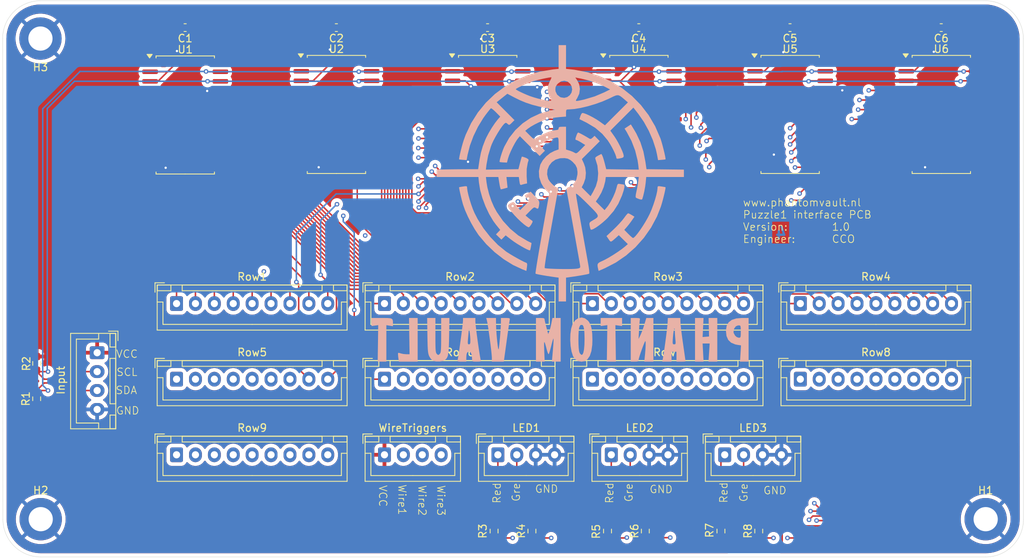
<source format=kicad_pcb>
(kicad_pcb (version 20240108) (generator "pcbnew") (generator_version "8.0")
  (layers (0 "F.Cu" signal) (1 "In1.Cu" signal) (2 "In2.Cu" signal) (31 "B.Cu" signal) (34 "B.Paste" user) (35 "F.Paste" user) (36 "B.SilkS" user "B.Silkscreen") (37 "F.SilkS" user "F.Silkscreen") (38 "B.Mask" user) (39 "F.Mask" user) (44 "Edge.Cuts" user))
  (net 0 "")
  (net 1 "VCC")
  (net 2 "/SCL")
  (net 3 "/SDA")
  (net 4 "/Connectors/GPIO_5")
  (net 5 "/Connectors/GPIO_4")
  (net 6 "/Connectors/GPIO_9")
  (net 7 "/Connectors/GPIO_8")
  (net 8 "/Connectors/GPIO_3")
  (net 9 "/Connectors/GPIO_7")
  (net 10 "/Connectors/GPIO_2")
  (net 11 "/Connectors/GPIO_6")
  (net 12 "/Connectors/GPIO_1")
  (net 13 "/Connectors/GPIO_16")
  (net 14 "/Connectors/GPIO_15")
  (net 15 "/Connectors/GPIO_11")
  (net 16 "/Connectors/GPIO_10")
  (net 17 "/Connectors/GPIO_17")
  (net 18 "/Connectors/GPIO_18")
  (net 19 "/Connectors/GPIO_13")
  (net 20 "/Connectors/GPIO_12")
  (net 21 "/Connectors/GPIO_14")
  (net 22 "/Connectors/GPIO_19")
  (net 23 "/Connectors/GPIO_20")
  (net 24 "/Connectors/GPIO_22")
  (net 25 "/Connectors/GPIO_27")
  (net 26 "/Connectors/GPIO_26")
  (net 27 "/Connectors/GPIO_23")
  (net 28 "/Connectors/GPIO_21")
  (net 29 "/Connectors/GPIO_25")
  (net 30 "/Connectors/GPIO_24")
  (net 31 "/Connectors/GPIO_28")
  (net 32 "/Connectors/GPIO_30")
  (net 33 "/Connectors/GPIO_32")
  (net 34 "/Connectors/GPIO_33")
  (net 35 "/Connectors/GPIO_35")
  (net 36 "GND")
  (net 39 "/Connectors/GPIO_29")
  (net 40 "/Connectors/GPIO_36")
  (net 41 "/Connectors/GPIO_31")
  (net 42 "/Connectors/GPIO_34")
  (net 43 "/Connectors/GPIO_39")
  (net 44 "/Connectors/GPIO_44")
  (net 45 "/Connectors/GPIO_40")
  (net 46 "/Connectors/GPIO_45")
  (net 47 "/Connectors/GPIO_38")
  (net 48 "/Connectors/GPIO_41")
  (net 49 "/Connectors/GPIO_43")
  (net 50 "/Connectors/GPIO_37")
  (net 51 "/Connectors/GPIO_42")
  (net 52 "/Connectors/GPIO_53")
  (net 53 "/Connectors/GPIO_52")
  (net 54 "/Connectors/GPIO_54")
  (net 55 "/Connectors/GPIO_46")
  (net 56 "/Connectors/GPIO_47")
  (net 57 "/Connectors/GPIO_50")
  (net 58 "/Connectors/GPIO_51")
  (net 59 "/Connectors/GPIO_48")
  (net 60 "/Connectors/GPIO_49")
  (net 61 "/Connectors/GPIO_60")
  (net 62 "/Connectors/GPIO_56")
  (net 63 "/Connectors/GPIO_55")
  (net 64 "/Connectors/GPIO_59")
  (net 65 "/Connectors/GPIO_62")
  (net 66 "/Connectors/GPIO_63")
  (net 67 "/Connectors/GPIO_58")
  (net 68 "/Connectors/GPIO_57")
  (net 69 "/Connectors/GPIO_61")
  (net 70 "/Connectors/GPIO_67")
  (net 71 "/Connectors/GPIO_69")
  (net 72 "/Connectors/GPIO_64")
  (net 73 "/Connectors/GPIO_70")
  (net 74 "/Connectors/GPIO_72")
  (net 75 "/Connectors/GPIO_68")
  (net 76 "/Connectors/GPIO_71")
  (net 77 "/Connectors/GPIO_66")
  (net 78 "/Connectors/GPIO_65")
  (net 79 "/Connectors/GPIO_73")
  (net 80 "/Connectors/GPIO_80")
  (net 81 "/Connectors/GPIO_78")
  (net 82 "/Connectors/GPIO_74")
  (net 83 "/Connectors/GPIO_77")
  (net 84 "/Connectors/GPIO_75")
  (net 85 "/Connectors/GPIO_79")
  (net 86 "/Connectors/GPIO_76")
  (net 87 "/Connectors/GPIO_81")
  (net 91 "/Connectors/GPIO_82")
  (net 93 "/Connectors/GPIO_84")
  (net 94 "/Connectors/GPIO_83")
  (net 95 "/Connectors/GPIO_85")
  (net 96 "/Connectors/GPIO_86")
  (net 97 "/Connectors/GPIO_87")
  (net 98 "/Connectors/GPIO_88")
  (net 99 "/Connectors/GPIO_89")
  (net 100 "/Connectors/GPIO_90")
  (net 101 "Net-(J12-Pin_1)")
  (net 102 "Net-(J12-Pin_2)")
  (net 103 "Net-(J13-Pin_2)")
  (net 104 "Net-(J13-Pin_1)")
  (net 105 "Net-(J14-Pin_1)")
  (net 106 "Net-(J14-Pin_2)")
  (net 107 "/Connectors/GPIO_93")
  (net 108 "/Connectors/GPIO_96")
  (net 109 "/Connectors/GPIO_92")
  (net 110 "/Connectors/GPIO_91")
  (net 111 "/Connectors/GPIO_95")
  (net 112 "/Connectors/GPIO_94")
  (footprint "Resistor_SMD:R_0603_1608Metric_Pad0.98x0.95mm_HandSolder" (layer "F.Cu") (at 29.5 105.5875 90)
    (property "Reference" "R1")
    (property "Value" "4.7k")
  )
  (footprint "MountingHole:MountingHole_3.2mm_M3_DIN965_Pad" (layer "F.Cu") (at 30.035534 121.514466)
    (property "Reference" "H2")
    (property "Value" "MountingHole_Pad" (hide yes))
  )
  (footprint "Connector_JST:JST_XH_B9B-XH-A_1x09_P2.50mm_Vertical" (layer "F.Cu") (at 130.5 103)
    (property "Reference" "Row8")
    (property "Value" "Conn_01x09_Pin")
  )
  (footprint "Connector_JST:JST_XH_B9B-XH-A_1x09_P2.50mm_Vertical" (layer "F.Cu") (at 48 113)
    (property "Reference" "Row9")
    (property "Value" "Conn_01x09_Pin")
  )
  (footprint "Connector_JST:JST_XH_B4B-XH-A_1x04_P2.50mm_Vertical" (layer "F.Cu") (at 105.5 113)
    (property "Reference" "LED2")
    (property "Value" "Conn_01x04_Pin")
  )
  (footprint "Package_SO:SOIC-24W_7.5x15.4mm_P1.27mm" (layer "F.Cu") (at 109.15 67.985)
    (property "Reference" "U4")
    (property "Value" "PCA9555D")
  )
  (footprint "Connector_JST:JST_XH_B9B-XH-A_1x09_P2.50mm_Vertical" (layer "F.Cu") (at 103 103)
    (property "Reference" "Row7")
    (property "Value" "Conn_01x09_Pin")
  )
  (footprint "Resistor_SMD:R_0603_1608Metric_Pad0.98x0.95mm_HandSolder" (layer "F.Cu") (at 29.5 100.9125 -90)
    (property "Reference" "R2")
    (property "Value" "4.7k")
  )
  (footprint "Capacitor_SMD:C_0603_1608Metric_Pad1.08x0.95mm_HandSolder" (layer "F.Cu") (at 69.1375 56.5 180)
    (property "Reference" "C2")
    (property "Value" "100n")
  )
  (footprint "Resistor_SMD:R_0603_1608Metric_Pad0.98x0.95mm_HandSolder" (layer "F.Cu") (at 120 123.0875 -90)
    (property "Reference" "R7")
    (property "Value" "120")
  )
  (footprint "Package_SO:SOIC-24W_7.5x15.4mm_P1.27mm" (layer "F.Cu") (at 49.15 68.055)
    (property "Reference" "U1")
    (property "Value" "PCA9555D")
  )
  (footprint "Connector_JST:JST_XH_B9B-XH-A_1x09_P2.50mm_Vertical" (layer "F.Cu") (at 130.5 93)
    (property "Reference" "Row4")
    (property "Value" "Conn_01x09_Pin")
  )
  (footprint "MountingHole:MountingHole_3.2mm_M3_DIN965_Pad" (layer "F.Cu") (at 155.014466 121.514466)
    (property "Reference" "H1")
    (property "Value" "MountingHole_Pad" (hide yes))
  )
  (footprint "Connector_JST:JST_XH_B9B-XH-A_1x09_P2.50mm_Vertical" (layer "F.Cu") (at 103 93)
    (property "Reference" "Row3")
    (property "Value" "Conn_01x09_Pin")
  )
  (footprint "Package_SO:SOIC-24W_7.5x15.4mm_P1.27mm" (layer "F.Cu") (at 129.15 67.985)
    (property "Reference" "U5")
    (property "Value" "PCA9555D")
  )
  (footprint "Connector_JST:JST_XH_B4B-XH-A_1x04_P2.50mm_Vertical" (layer "F.Cu") (at 75.5 113)
    (property "Reference" "WireTriggers")
    (property "Value" "Conn_01x04_Pin")
  )
  (footprint "Package_SO:SOIC-24W_7.5x15.4mm_P1.27mm" (layer "F.Cu") (at 69.15 67.985)
    (property "Reference" "U2")
    (property "Value" "PCA9555D")
  )
  (footprint "Connector_JST:JST_XH_B4B-XH-A_1x04_P2.50mm_Vertical" (layer "F.Cu") (at 90.5 113)
    (property "Reference" "LED1")
    (property "Value" "Conn_01x04_Pin")
  )
  (footprint "Capacitor_SMD:C_0603_1608Metric_Pad1.08x0.95mm_HandSolder" (layer "F.Cu") (at 49.1375 56.5 180)
    (property "Reference" "C1")
    (property "Value" "100n")
  )
  (footprint "Connector_JST:JST_XH_B9B-XH-A_1x09_P2.50mm_Vertical" (layer "F.Cu") (at 48 93)
    (property "Reference" "Row1")
    (property "Value" "Conn_01x09_Pin")
  )
  (footprint "Resistor_SMD:R_0603_1608Metric_Pad0.98x0.95mm_HandSolder" (layer "F.Cu") (at 110 123.0875 90)
    (property "Reference" "R6")
    (property "Value" "120")
  )
  (footprint "Capacitor_SMD:C_0603_1608Metric_Pad1.08x0.95mm_HandSolder" (layer "F.Cu") (at 149.1375 56.5 180)
    (property "Reference" "C6")
    (property "Value" "100n")
  )
  (footprint "Library:PhantomVaultPCBLogo5cmBackside" (layer "F.Cu") (at 98.75 79.75)
    (property "Reference" "G***" (hide yes))
    (property "Value" "LOGO" (hide yes))
  )
  (footprint "Capacitor_SMD:C_0603_1608Metric_Pad1.08x0.95mm_HandSolder" (layer "F.Cu") (at 109.1375 56.5 180)
    (property "Reference" "C4")
    (property "Value" "100n")
  )
  (footprint "Capacitor_SMD:C_0603_1608Metric_Pad1.08x0.95mm_HandSolder" (layer "F.Cu") (at 129.1375 56.5 180)
    (property "Reference" "C5")
    (property "Value" "100n")
  )
  (footprint "Resistor_SMD:R_0603_1608Metric_Pad0.98x0.95mm_HandSolder" (layer "F.Cu") (at 105 123.0875 -90)
    (property "Reference" "R5")
    (property "Value" "120")
  )
  (footprint "Connector_JST:JST_XH_B9B-XH-A_1x09_P2.50mm_Vertical" (layer "F.Cu") (at 75.5 103)
    (property "Reference" "Row6")
    (property "Value" "Conn_01x09_Pin")
  )
  (footprint "Resistor_SMD:R_0603_1608Metric_Pad0.98x0.95mm_HandSolder" (layer "F.Cu") (at 95 123.0875 90)
    (property "Reference" "R4")
    (property "Value" "120")
  )
  (footprint "Resistor_SMD:R_0603_1608Metric_Pad0.98x0.95mm_HandSolder" (layer "F.Cu") (at 90 123.0875 -90)
    (property "Reference" "R3")
    (property "Value" "120")
  )
  (footprint "Resistor_SMD:R_0603_1608Metric_Pad0.98x0.95mm_HandSolder" (layer "F.Cu") (at 125 123.0875 90)
    (property "Reference" "R8")
    (property "Value" "120")
  )
  (footprint "Capacitor_SMD:C_0603_1608Metric_Pad1.08x0.95mm_HandSolder" (layer "F.Cu") (at 89.1375 56.5 180)
    (property "Reference" "C3")
    (property "Value" "100n")
  )
  (footprint "Package_SO:SOIC-24W_7.5x15.4mm_P1.27mm" (layer "F.Cu") (at 89.15 67.985)
    (property "Reference" "U3")
    (property "Value" "PCA9555D")
  )
  (footprint "MountingHole:MountingHole_3.2mm_M3_DIN965_Pad" (layer "F.Cu") (at 30 57.95 180)
    (property "Reference" "H3")
    (property "Value" "MountingHole_Pad" (hide yes))
  )
  (footprint "Connector_JST:JST_XH_B9B-XH-A_1x09_P2.50mm_Vertical" (layer "F.Cu") (at 75.5 93)
    (property "Reference" "Row2")
    (property "Value" "Conn_01x09_Pin")
  )
  (footprint "Connector_JST:JST_XH_B9B-XH-A_1x09_P2.50mm_Vertical" (layer "F.Cu") (at 48 103)
    (property "Reference" "Row5")
    (property "Value" "Conn_01x09_Pin")
  )
  (footprint "Connector_JST:JST_XH_B4B-XH-A_1x04_P2.50mm_Vertical" (layer "F.Cu") (at 120.5 113)
    (property "Reference" "LED3")
    (property "Value" "Conn_01x04_Pin")
  )
  (footprint "Connector_JST:JST_XH_B4B-XH-A_1x04_P2.50mm_Vertical" (layer "F.Cu") (at 37.5 99.5 -90)
    (property "Reference" "Input")
    (property "Value" "Conn_01x04_Pin")
  )
  (footprint "Package_SO:SOIC-24W_7.5x15.4mm_P1.27mm" (layer "F.Cu") (at 149.15 67.985)
    (property "Reference" "U6")
    (property "Value" "PCA9555D")
  )
  (gr_arc (start 25 57.95) (mid 26.464466 54.414466) (end 30 52.95) (stroke (width 0.05)) (layer "Edge.Cuts"))
  (gr_arc (start 160.014466 121.514466) (mid 158.55 125.05) (end 155.014466 126.514466) (stroke (width 0.05)) (layer "Edge.Cuts"))
  (gr_line (start 155.014466 126.514466) (end 30.035534 126.514466) (stroke (width 0.05)) (layer "Edge.Cuts"))
  (gr_line (start 160 58) (end 160.014466 121.514466) (stroke (width 0.05)) (layer "Edge.Cuts"))
  (gr_arc (start 30.035534 126.514466) (mid 26.5 125.05) (end 25.035534 121.514466) (stroke (width 0.05)) (layer "Edge.Cuts"))
  (gr_line (start 25.035534 121.514466) (end 25 57.95) (stroke (width 0.05)) (layer "Edge.Cuts"))
  (gr_arc (start 154.95 52.95) (mid 158.520889 54.429111) (end 160 58) (stroke (width 0.05)) (layer "Edge.Cuts"))
  (gr_line (start 154.95 52.95) (end 30 52.95) (stroke (width 0.05)) (layer "Edge.Cuts"))
  (gr_text "1" (at 121.3 84.65 0) (layer "F.Cu") (effects (font (size 1.5 1.5) (thickness 0.3) (bold yes)) (justify left bottom)))
  (gr_text "4" (at 128.85 84.6 0) (layer "B.Cu") (effects (font (size 1.5 1.5) (thickness 0.3) (bold yes)) (justify left bottom mirror)))
  (gr_text "Wire3" (at 82.4 116.95 270) (layer "F.SilkS") (effects (font (size 1 1) (thickness 0.1)) (justify left bottom)))
  (gr_text "GND" (at 95.35 118.1 0) (layer "F.SilkS") (effects (font (size 1 1) (thickness 0.1)) (justify left bottom)))
  (gr_text "Wire1" (at 77.25 116.85 270) (layer "F.SilkS") (effects (font (size 1 1) (thickness 0.1)) (justify left bottom)))
  (gr_text "Gre" (at 108.4 119.3 90) (layer "F.SilkS") (effects (font (size 1 1) (thickness 0.1)) (justify left bottom)))
  (gr_text "GND" (at 39.95 107.75 0) (layer "F.SilkS") (effects (font (size 1 1) (thickness 0.1)) (justify left bottom)))
  (gr_text "VCC" (at 74.7 116.95 -90) (layer "F.SilkS") (effects (font (size 1 1) (thickness 0.1)) (justify left bottom)))
  (gr_text "GND" (at 125.55 118.3 0) (layer "F.SilkS") (effects (font (size 1 1) (thickness 0.1)) (justify left bottom)))
  (gr_text "Red" (at 120.95 119.45 90) (layer "F.SilkS") (effects (font (size 1 1) (thickness 0.1)) (justify left bottom)))
  (gr_text "Gre" (at 93.5 119.25 90) (layer "F.SilkS") (effects (font (size 1 1) (thickness 0.1)) (justify left bottom)))
  (gr_text "www.phantomvault.nl\nPuzzle1 interface PCB\nVersion: 	1.0\nEngineer: 	CCO\n" (at 122.85 85.05 0) (layer "F.SilkS") (effects (font (size 1 1) (thickness 0.1)) (justify left bottom)))
  (gr_text "GND" (at 110.5 118.15 0) (layer "F.SilkS") (effects (font (size 1 1) (thickness 0.1)) (justify left bottom)))
  (gr_text "Gre" (at 123.6 119.3 90) (layer "F.SilkS") (effects (font (size 1 1) (thickness 0.1)) (justify left bottom)))
  (gr_text "Red" (at 105.85 119.5 90) (layer "F.SilkS") (effects (font (size 1 1) (thickness 0.1)) (justify left bottom)))
  (gr_text "Wire2" (at 79.9 116.95 270) (layer "F.SilkS") (effects (font (size 1 1) (thickness 0.1)) (justify left bottom)))
  (gr_text "VCC\n" (at 39.95 100.25 0) (layer "F.SilkS") (effects (font (size 1 1) (thickness 0.1)) (justify left bottom)))
  (gr_text "SDA" (at 39.9 105.05 0) (layer "F.SilkS") (effects (font (size 1 1) (thickness 0.1)) (justify left bottom)))
  (gr_text "Red" (at 90.95 119.5 90) (layer "F.SilkS") (effects (font (size 1 1) (thickness 0.1)) (justify left bottom)))
  (gr_text "SCL" (at 40 102.65 0) (layer "F.SilkS") (effects (font (size 1 1) (thickness 0.1)) (justify left bottom)))
  (segment (start 111.96 63.54) (end 111.9 63.6) (width 0.2) (layer "F.Cu") (net 2))
  (segment (start 92.06 63.54) (end 92 63.6) (width 0.2) (layer "F.Cu") (net 2))
  (segment (start 53.8 63.61) (end 52.11 63.61) (width 0.2) (layer "F.Cu") (net 2))
  (segment (start 52.11 63.61) (end 52.1 63.6) (width 0.2) (layer "F.Cu") (net 2))
  (segment (start 29.5 102) (end 30.5 103) (width 0.2) (layer "F.Cu") (net 2))
  (segment (start 131.66 63.54) (end 131.6 63.6) (width 0.2) (layer "F.Cu") (net 2))
  (segment (start 30.5 103) (end 32.5 103) (width 0.2) (layer "F.Cu") (net 2))
  (segment (start 133.8 63.54) (end 131.66 63.54) (width 0.2) (layer "F.Cu") (net 2))
  (segment (start 151.76 63.54) (end 151.7 63.6) (width 0.2) (layer "F.Cu") (net 2))
  (segment (start 73.8 63.54) (end 73.54 63.54) (width 0.2) (layer "F.Cu") (net 2))
  (segment (start 29.5 101.825) (end 29.5 102) (width 0.2) (layer "F.Cu") (net 2))
  (segment (start 72.3 63.4) (end 72.1 63.6) (width 0.2) (layer "F.Cu") (net 2))
  (segment (start 93.8 63.54) (end 92.06 63.54) (width 0.2) (layer "F.Cu") (net 2))
  (segment (start 153.8 63.54) (end 151.76 63.54) (width 0.2) (layer "F.Cu") (net 2))
  (segment (start 29.675 102) (end 29.5 101.825) (width 0.2) (layer "F.Cu") (net 2))
  (segment (start 113.8 63.54) (end 111.96 63.54) (width 0.2) (layer "F.Cu") (net 2))
  (segment (start 31 102) (end 29.675 102) (width 0.2) (layer "F.Cu") (net 2))
  (segment (start 37.325 101.825) (end 37.5 102) (width 0.2) (layer "F.Cu") (net 2))
  (segment (start 73.4 63.4) (end 72.3 63.4) (width 0.2) (layer "F.Cu") (net 2))
  (segment (start 32.5 103) (end 33.5 102) (width 0.2) (layer "F.Cu") (net 2))
  (segment (start 73.54 63.54) (end 73.4 63.4) (width 0.2) (layer "F.Cu") (net 2))
  (segment (start 33.5 102) (end 37.5 102) (width 0.2) (layer "F.Cu") (net 2))
  (via (at 92 63.6) (size 0.6) (drill 0.3) (layers "F.Cu" "B.Cu") (net 2))
  (via (at 131.6 63.6) (size 0.6) (drill 0.3) (layers "F.Cu" "B.Cu") (net 2))
  (via (at 72.1 63.6) (size 0.6) (drill 0.3) (layers "F.Cu" "B.Cu") (net 2))
  (via (at 111.9 63.6) (size 0.6) (drill 0.3) (layers "F.Cu" "B.Cu") (net 2))
  (via (at 151.7 63.6) (size 0.6) (drill 0.3) (layers "F.Cu" "B.Cu") (net 2))
  (via (at 52.1 63.6) (size 0.6) (drill 0.3) (layers "F.Cu" "B.Cu") (net 2))
  (via (at 31 102) (size 0.6) (drill 0.3) (layers "F.Cu" "B.Cu") (net 2))
  (segment (start 151.7 63.6) (end 151.8 63.6) (width 0.2) (layer "B.Cu") (net 2))
  (segment (start 84.6 63.6) (end 92 63.6) (width 0.2) (layer "B.Cu") (net 2))
  (segment (start 30.9 101.9) (end 30.9 67.2) (width 0.2) (layer "B.Cu") (net 2))
  (segment (start 101.5 63.6) (end 111.9 63.6) (width 0.2) (layer "B.Cu") (net 2))
  (segment (start 51.1 63.6) (end 52.1 63.6) (width 0.2) (layer "B.Cu") (net 2))
  (segment (start 92 63.6) (end 101.5 63.6) (width 0.2) (layer "B.Cu") (net 2))
  (segment (start 72.1 63.6) (end 84.6 63.6) (width 0.2) (layer "B.Cu") (net 2))
  (segment (start 31 102) (end 30.9 101.9) (width 0.2) (layer "B.Cu") (net 2))
  (segment (start 52.1 63.6) (end 72.1 63.6) (width 0.2) (layer "B.Cu") (net 2))
  (segment (start 34.5 63.6) (end 51.1 63.6) (width 0.2) (layer "B.Cu") (net 2))
  (segment (start 128.3 63.6) (end 131.6 63.6) (width 0.2) (layer "B.Cu") (net 2))
  (segment (start 30.9 67.2) (end 34.5 63.6) (width 0.2) (layer "B.Cu") (net 2))
  (segment (start 131.6 63.6) (end 151.7 63.6) (width 0.2) (layer "B.Cu") (net 2))
  (segment (start 111.9 63.6) (end 128.3 63.6) (width 0.2) (layer "B.Cu") (net 2))
  (segment (start 111.855 62.27) (end 111.8 62.325) (width 0.2) (layer "F.Cu") (net 3))
  (segment (start 73.8 62.27) (end 72.155 62.27) (width 0.2) (layer "F.Cu") (net 3))
  (segment (start 51.94 62.34) (end 51.9 62.3) (width 0.2) (layer "F.Cu") (net 3))
  (segment (start 29.5 104.675) (end 29.5 104.5) (width 0.2) (layer "F.Cu") (net 3))
  (segment (start 30.5 103.5) (end 32.5 103.5) (width 0.2) (layer "F.Cu") (net 3))
  (segment (start 32.5 103.5) (end 33.5 104.5) (width 0.2) (layer "F.Cu") (net 3))
  (segment (start 31 104.5) (end 29.675 104.5) (width 0.2) (layer "F.Cu") (net 3))
  (segment (start 72.155 62.27) (end 72.1 62.325) (width 0.2) (layer "F.Cu") (net 3))
  (segment (start 37.325 104.675) (end 37.5 104.5) (width 0.2) (layer "F.Cu") (net 3))
  (segment (start 113.8 62.27) (end 111.855 62.27) (width 0.2) (layer "F.Cu") (net 3))
  (segment (start 92.355 62.27) (end 92.3 62.325) (width 0.2) (layer "F.Cu") (net 3))
  (segment (start 132.03 62.27) (end 132 62.3) (width 0.2) (layer "F.Cu") (net 3))
  (segment (start 152.13 62.27) (end 152.1 62.3) (width 0.2) (layer "F.Cu") (net 3))
  (segment (start 29.675 104.5) (end 29.5 104.675) (width 0.2) (layer "F.Cu") (net 3))
  (segment (start 133.8 62.27) (end 132.03 62.27) (width 0.2) (layer "F.Cu") (net 3))
  (segment (start 29.5 104.5) (end 30.5 103.5) (width 0.2) (layer "F.Cu") (net 3))
  (segment (start 33.5 104.5) (end 37.5 104.5) (width 0.2) (layer "F.Cu") (net 3))
  (segment (start 153.8 62.27) (end 152.13 62.27) (width 0.2) (layer "F.Cu") (net 3))
  (segment (start 93.8 62.27) (end 92.355 62.27) (width 0.2) (layer "F.Cu") (net 3))
  (segment (start 53.8 62.34) (end 51.94 62.34) (width 0.2) (layer "F.Cu") (net 3))
  (via (at 132 62.3) (size 0.6) (drill 0.3) (layers "F.Cu" "B.Cu") (net 3))
  (via (at 51.9 62.3) (size 0.6) (drill 0.3) (layers "F.Cu" "B.Cu") (net 3))
  (via (at 92.3 62.325) (size 0.6) (drill 0.3) (layers "F.Cu" "B.Cu") (net 3))
  (via (at 31 104.5) (size 0.6) (drill 0.3) (layers "F.Cu" "B.Cu") (net 3))
  (via (at 111.8 62.325) (size 0.6) (drill 0.3) (layers "F.Cu" "B.Cu") (net 3))
  (via (at 72.1 62.325) (size 0.6) (drill 0.3) (layers "F.Cu" "B.Cu") (net 3))
  (via (at 152.1 62.3) (size 0.6) (drill 0.3) (layers "F.Cu" "B.Cu") (net 3))
  (segment (start 52 62.3) (end 52.025 62.325) (width 0.2) (layer "B.Cu") (net 3))
  (segment (start 92.3 62.325) (end 111.8 62.325) (width 0.2) (layer "B.Cu") (net 3))
  (segment (start 152.1 62.3) (end 152.3 62.3) (width 0.2) (layer "B.Cu") (net 3))
  (segment (start 128.075 62.325) (end 128.1 62.3) (width 0.2) (layer "B.Cu") (net 3))
  (segment (start 128.1 62.3) (end 132 62.3) (width 0.2) (layer "B.Cu") (net 3))
  (segment (start 30.3 103.8) (end 30.3 102.7) (width 0.2) (layer "B.Cu") (net 3))
  (segment (start 92.3 62.325) (end 72.1 62.325) (width 0.2) (layer "B.Cu") (net 3))
  (segment (start 35.234315 62.3) (end 51.9 62.3) (width 0.2) (layer "B.Cu") (net 3))
  (segment (start 132 62.3) (end 152.1 62.3) (width 0.2) (layer "B.Cu") (net 3))
  (segment (start 31 104.5) (end 30.3 103.8) (width 0.2) (layer "B.Cu") (net 3))
  (segment (start 111.8 62.325) (end 128.075 62.325) (width 0.2) (layer "B.Cu") (net 3))
  (segment (start 52.025 62.325) (end 72.1 62.325) (width 0.2) (layer "B.Cu") (net 3))
  (segment (start 51.9 62.3) (end 52 62.3) (width 0.2) (layer "B.Cu") (net 3))
  (segment (start 30.3 102.7) (end 30.3 67.234315) (width 0.2) (layer "B.Cu") (net 3))
  (segment (start 30.3 67.234315) (end 35.234315 62.3) (width 0.2) (layer "B.Cu") (net 3))
  (segment (start 58 84.697058) (end 51.718628 78.415686) (width 0.2) (layer "F.Cu") (net 4))
  (segment (start 44.104448 69.96) (end 44.5 69.96) (width 0.2) (layer "F.Cu") (net 4))
  (segment (start 58 93) (end 58 84.697058) (width 0.2) (layer "F.Cu") (net 4))
  (segment (start 41.5 76.631372) (end 41.5 72.564448) (width 0.2) (layer "F.Cu") (net 4))
  (segment (start 41.5 72.564448) (end 44.104448 69.96) (width 0.2) (layer "F.Cu") (net 4))
  (segment (start 43.284314 78.415686) (end 41.5 76.631372) (width 0.2) (layer "F.Cu") (net 4))
  (segment (start 51.718628 78.415686) (end 43.284314 78.415686) (width 0.2) (layer "F.Cu") (net 4))
  (segment (start 41.1 71.3) (end 43.71 68.69) (width 0.2) (layer "F.Cu") (net 5))
  (segment (start 41.1 76.797058) (end 41.1 71.3) (width 0.2) (layer "F.Cu") (net 5))
  (segment (start 43.71 68.69) (end 44.5 68.69) (width 0.2) (layer "F.Cu") (net 5))
  (segment (start 55.5 93) (end 55.5 82.762744) (width 0.2) (layer "F.Cu") (net 5))
  (segment (start 43.118628 78.815686) (end 41.1 76.797058) (width 0.2) (layer "F.Cu") (net 5))
  (segment (start 55.5 82.762744) (end 51.552942 78.815686) (width 0.2) (layer "F.Cu") (net 5))
  (segment (start 51.552942 78.815686) (end 43.118628 78.815686) (width 0.2) (layer "F.Cu") (net 5))
  (segment (start 54.2 77.7) (end 54.2 75.44) (width 0.2) (layer "F.Cu") (net 6))
  (segment (start 54.2 75.44) (end 53.8 75.04) (width 0.2) (layer "F.Cu") (net 6))
  (segment (start 68 93) (end 68 91.5) (width 0.2) (layer "F.Cu") (net 6))
  (segment (start 68 91.5) (end 54.2 77.7) (width 0.2) (layer "F.Cu") (net 6))
  (segment (start 65.5 93) (end 65.5 90.5) (width 0.2) (layer "F.Cu") (net 7))
  (segment (start 65.5 90.5) (end 51.7 76.7) (width 0.2) (layer "F.Cu") (net 7))
  (segment (start 42.8 74.445001) (end 43.475001 73.77) (width 0.2) (layer "F.Cu") (net 7))
  (segment (start 43.475001 73.77) (end 44.5 73.77) (width 0.2) (layer "F.Cu") (net 7))
  (segment (start 43.3 76.7) (end 42.8 76.2) (width 0.2) (layer "F.Cu") (net 7))
  (segment (start 42.8 76.2) (end 42.8 74.445001) (width 0.2) (layer "F.Cu") (net 7))
  (segment (start 51.7 76.7) (end 43.3 76.7) (width 0.2) (layer "F.Cu") (net 7))
  (segment (start 43.475001 67.42) (end 44.5 67.42) (width 0.2) (layer "F.Cu") (net 8))
  (segment (start 40.7 70.195001) (end 43.475001 67.42) (width 0.2) (layer "F.Cu") (net 8))
  (segment (start 42.952942 79.215686) (end 40.7 76.962744) (width 0.2) (layer "F.Cu") (net 8))
  (segment (start 53 80.82843) (end 51.387256 79.215686) (width 0.2) (layer "F.Cu") (net 8))
  (segment (start 53 93) (end 53 80.82843) (width 0.2) (layer "F.Cu") (net 8))
  (segment (start 40.7 76.962744) (end 40.7 70.195001) (width 0.2) (layer "F.Cu") (net 8))
  (segment (start 51.387256 79.215686) (end 42.952942 79.215686) (width 0.2) (layer "F.Cu") (net 8))
  (segment (start 43.1 77.1) (end 42.3 76.3) (width 0.2) (layer "F.Cu") (net 9))
  (segment (start 42.3 73.675001) (end 43.475001 72.5) (width 0.2) (layer "F.Cu") (net 9))
  (segment (start 43.475001 72.5) (end 44.5 72.5) (width 0.2) (layer "F.Cu") (net 9))
  (segment (start 63 88.565686) (end 51.534314 77.1) (width 0.2) (layer "F.Cu") (net 9))
  (segment (start 63 93) (end 63 88.565686) (width 0.2) (layer "F.Cu") (net 9))
  (segment (start 42.3 76.3) (end 42.3 73.675001) (width 0.2) (layer "F.Cu") (net 9))
  (segment (start 51.534314 77.1) (end 43.1 77.1) (width 0.2) (layer "F.Cu") (net 9))
  (segment (start 42.787257 79.615686) (end 40.3 77.128429) (width 0.2) (layer "F.Cu") (net 10))
  (segment (start 40.3 77.128429) (end 40.3 69.954448) (width 0.2) (layer "F.Cu") (net 10))
  (segment (start 44.104448 66.15) (end 44.5 66.15) (width 0.2) (layer "F.Cu") (net 10))
  (segment (start 50.5 80.915686) (end 49.2 79.615686) (width 0.2) (layer "F.Cu") (net 10))
  (segment (start 49.2 79.615686) (end 42.787257 79.615686) (width 0.2) (layer "F.Cu") (net 10))
  (segment (start 50.5 93) (end 50.5 80.915686) (width 0.2) (layer "F.Cu") (net 10))
  (segment (start 40.3 69.954448) (end 44.104448 66.15) (width 0.2) (layer "F.Cu") (net 10))
  (segment (start 51.884314 78.015686) (end 43.45 78.015686) (width 0.2) (layer "F.Cu") (net 11))
  (segment (start 41.9 76.465686) (end 41.9 73.434448) (width 0.2) (layer "F.Cu") (net 11))
  (segment (start 43.45 78.015686) (end 41.9 76.465686) (width 0.2) (layer "F.Cu") (net 11))
  (segment (start 60.5 93) (end 60.5 86.631372) (width 0.2) (layer "F.Cu") (net 11))
  (segment (start 41.9 73.434448) (end 44.104448 71.23) (width 0.2) (layer "F.Cu") (net 11))
  (segment (start 44.104448 71.23) (end 44.5 71.23) (width 0.2) (layer "F.Cu") (net 11))
  (segment (start 60.5 86.631372) (end 51.884314 78.015686) (width 0.2) (layer "F.Cu") (net 11))
  (segment (start 44.104448 64.88) (end 44.5 64.88) (width 0.2) (layer "F.Cu") (net 12))
  (segment (start 39.9 77.294115) (end 39.9 69.084448) (width 0.2) (layer "F.Cu") (net 12))
  (segment (start 39.9 69.084448) (end 44.104448 64.88) (width 0.2) (layer "F.Cu") (net 12))
  (segment (start 48 81.615686) (end 46.4 80.015686) (width 0.2) (layer "F.Cu") (net 12))
  (segment (start 46.4 80.015686) (end 42.621571 80.015686) (width 0.2) (layer "F.Cu") (net 12))
  (segment (start 48 93) (end 48 81.615686) (width 0.2) (layer "F.Cu") (net 12))
  (segment (start 42.621571 80.015686) (end 39.9 77.294115) (width 0.2) (layer "F.Cu") (net 12))
  (segment (start 53.8 66.15) (end 56.55 66.15) (width 0.2) (layer "F.Cu") (net 13))
  (segment (start 71.674512 89) (end 86.5 89) (width 0.2) (layer "F.Cu") (net 13))
  (segment (start 86.5 89) (end 90.5 93) (width 0.2) (layer "F.Cu") (net 13))
  (segment (start 59.7 69.3) (end 59.7 77.025488) (width 0.2) (layer "F.Cu") (net 13))
  (segment (start 56.55 66.15) (end 59.7 69.3) (width 0.2) (layer "F.Cu") (net 13))
  (segment (start 54.195552 66.15) (end 53.8 66.15) (width 0.2) (layer "F.Cu") (net 13))
  (segment (start 59.7 77.025488) (end 71.674512 89) (width 0.2) (layer "F.Cu") (net 13))
  (segment (start 59.3 70.1) (end 56.62 67.42) (width 0.2) (layer "F.Cu") (net 14))
  (segment (start 56.62 67.42) (end 53.8 67.42) (width 0.2) (layer "F.Cu") (net 14))
  (segment (start 59.3 77.191174) (end 59.3 70.1) (width 0.2) (layer "F.Cu") (net 14))
  (segment (start 71.508826 89.4) (end 59.3 77.191174) (width 0.2) (layer "F.Cu") (net 14))
  (segment (start 84.4 89.4) (end 71.508826 89.4) (width 0.2) (layer "F.Cu") (net 14))
  (segment (start 88 93) (end 84.4 89.4) (width 0.2) (layer "F.Cu") (net 14))
  (segment (start 77.275 91.1) (end 70.946084 91.1) (width 0.2) (layer "F.Cu") (net 15))
  (segment (start 70.946084 91.1) (end 57.6 77.753916) (width 0.2) (layer "F.Cu") (net 15))
  (segment (start 78 93) (end 78 91.825) (width 0.2) (layer "F.Cu") (net 15))
  (segment (start 56.3 72.5) (end 53.8 72.5) (width 0.2) (layer "F.Cu") (net 15))
  (segment (start 57.6 77.753916) (end 57.6 73.8) (width 0.2) (layer "F.Cu") (net 15))
  (segment (start 57.6 73.8) (end 56.3 72.5) (width 0.2) (layer "F.Cu") (net 15))
  (segment (start 78 91.825) (end 77.275 91.1) (width 0.2) (layer "F.Cu") (net 15))
  (segment (start 54.2 72.5) (end 53.8 72.5) (width 0.2) (layer "F.Cu") (net 15))
  (segment (start 53.8 73.77) (end 56.07 73.77) (width 0.2) (layer "F.Cu") (net 16))
  (segment (start 56.9 77.619602) (end 72.280398 93) (width 0.2) (layer "F.Cu") (net 16))
  (segment (start 56.9 74.6) (end 56.9 77.619602) (width 0.2) (layer "F.Cu") (net 16))
  (segment (start 72.280398 93) (end 75.5 93) (width 0.2) (layer "F.Cu") (net 16))
  (segment (start 56.07 73.77) (end 56.9 74.6) (width 0.2) (layer "F.Cu") (net 16))
  (segment (start 63.475001 64.81) (end 60.1 68.185001) (width 0.2) (layer "F.Cu") (net 17))
  (segment (start 60.1 68.185001) (end 60.1 76.859802) (width 0.2) (layer "F.Cu") (net 17))
  (segment (start 64.5 64.81) (end 63.475001 64.81) (width 0.2) (layer "F.Cu") (net 17))
  (segment (start 87.851346 88.6) (end 92.251346 93) (width 0.2) (layer "F.Cu") (net 17))
  (segment (start 92.251346 93) (end 93 93) (width 0.2) (layer "F.Cu") (net 17))
  (segment (start 60.1 76.859802) (end 71.840198 88.6) (width 0.2) (layer "F.Cu") (net 17))
  (segment (start 71.840198 88.6) (end 87.851346 88.6) (width 0.2) (layer "F.Cu") (net 17))
  (segment (start 90.7 88.2) (end 95.5 93) (width 0.2) (layer "F.Cu") (net 18))
  (segment (start 60.5 69.055001) (end 60.5 76.694116) (width 0.2) (layer "F.Cu") (net 18))
  (segment (start 60.5 76.694116) (end 72.005884 88.2) (width 0.2) (layer "F.Cu") (net 18))
  (segment (start 72.005884 88.2) (end 90.7 88.2) (width 0.2) (layer "F.Cu") (net 18))
  (segment (start 64.5 66.08) (end 63.475001 66.08) (width 0.2) (layer "F.Cu") (net 18))
  (segment (start 63.475001 66.08) (end 60.5 69.055001) (width 0.2) (layer "F.Cu") (net 18))
  (segment (start 83 93) (end 80.2 90.2) (width 0.2) (layer "F.Cu") (net 19))
  (segment (start 71.177455 90.2) (end 70.138727 89.161272) (width 0.2) (layer "F.Cu") (net 19))
  (segment (start 70.138726 89.161272) (end 58.5 77.522546) (width 0.2) (layer "F.Cu") (net 19))
  (segment (start 80.2 90.2) (end 71.177455 90.2) (width 0.2) (layer "F.Cu") (net 19))
  (segment (start 56.76 69.96) (end 53.8 69.96) (width 0.2) (layer "F.Cu") (net 19))
  (segment (start 54.195552 69.96) (end 53.8 69.96) (width 0.2) (layer "F.Cu") (net 19))
  (segment (start 70.138727 89.161272) (end 70.138726 89.161272) (width 0.2) (layer "F.Cu") (net 19))
  (segment (start 83 93) (end 83 92.875) (width 0.2) (layer "F.Cu") (net 19))
  (segment (start 58.5 71.7) (end 56.76 69.96) (width 0.2) (layer "F.Cu") (net 19))
  (segment (start 58.5 77.522546) (end 58.5 71.7) (width 0.2) (layer "F.Cu") (net 19))
  (segment (start 56.33 71.23) (end 58 72.9) (width 0.2) (layer "F.Cu") (net 20))
  (segment (start 71.011769 90.6) (end 78.1 90.6) (width 0.2) (layer "F.Cu") (net 20))
  (segment (start 58 77.588231) (end 71.011769 90.6) (width 0.2) (layer "F.Cu") (net 20))
  (segment (start 53.8 71.23) (end 54.824999 71.23) (width 0.2) (layer "F.Cu") (net 20))
  (segment (start 53.8 71.23) (end 56.33 71.23) (width 0.2) (layer "F.Cu") (net 20))
  (segment (start 78.1 90.6) (end 80.5 93) (width 0.2) (layer "F.Cu") (net 20))
  (segment (start 58 72.9) (end 58 77.588231) (width 0.2) (layer "F.Cu") (net 20))
  (segment (start 56.69 68.69) (end 58.9 70.9) (width 0.2) (layer "F.Cu") (net 21))
  (segment (start 71.34314 89.8) (end 82.3 89.8) (width 0.2) (layer "F.Cu") (net 21))
  (segment (start 53.8 68.69) (end 56.69 68.69) (width 0.2) (layer "F.Cu") (net 21))
  (segment (start 58.9 70.9) (end 58.9 77.35686) (width 0.2) (layer "F.Cu") (net 21))
  (segment (start 82.3 89.8) (end 85.5 93) (width 0.2) (layer "F.Cu") (net 21))
  (segment (start 58.9 77.35686) (end 71.34314 89.8) (width 0.2) (layer "F.Cu") (net 21))
  (segment (start 97.251346 93) (end 103 93) (width 0.2) (layer "F.Cu") (net 22))
  (segment (start 64.5 67.35) (end 63.475001 67.35) (width 0.2) (layer "F.Cu") (net 22))
  (segment (start 60.9 69.925001) (end 60.9 76.52843) (width 0.2) (layer "F.Cu") (net 22))
  (segment (start 72.17157 87.8) (end 92.051346 87.8) (width 0.2) (layer "F.Cu") (net 22))
  (segment (start 92.051346 87.8) (end 97.251346 93) (width 0.2) (layer "F.Cu") (net 22))
  (segment (start 63.475001 67.35) (end 60.9 69.925001) (width 0.2) (layer "F.Cu") (net 22))
  (segment (start 60.9 76.52843) (end 72.17157 87.8) (width 0.2) (layer "F.Cu") (net 22))
  (segment (start 61.3 70.795001) (end 61.3 76.362744) (width 0.2) (layer "F.Cu") (net 23))
  (segment (start 105.109744 93) (end 105.5 93) (width 0.2) (layer "F.Cu") (net 23))
  (segment (start 64.5 68.62) (end 63.475001 68.62) (width 0.2) (layer "F.Cu") (net 23))
  (segment (start 72.337256 87.4) (end 96.8 87.4) (width 0.2) (layer "F.Cu") (net 23))
  (segment (start 96.8 87.4) (end 101.1 91.7) (width 0.2) (layer "F.Cu") (net 23))
  (segment (start 61.3 76.362744) (end 72.337256 87.4) (width 0.2) (layer "F.Cu") (net 23))
  (segment (start 101.1 91.7) (end 103.809744 91.7) (width 0.2) (layer "F.Cu") (net 23))
  (segment (start 103.809744 91.7) (end 105.109744 93) (width 0.2) (layer "F.Cu") (net 23))
  (segment (start 63.475001 68.62) (end 61.3 70.795001) (width 0.2) (layer "F.Cu") (net 23))
  (segment (start 108.267157 90.767157) (end 110.5 93) (width 0.2) (layer "F.Cu") (net 24))
  (segment (start 62.1 76.031372) (end 72.668628 86.6) (width 0.2) (layer "F.Cu") (net 24))
  (segment (start 104.1 88.534315) (end 106.332842 90.767157) (width 0.2) (layer "F.Cu") (net 24))
  (segment (start 106.332842 90.767157) (end 108.267157 90.767157) (width 0.2) (layer "F.Cu") (net 24))
  (segment (start 62.1 72.535001) (end 62.1 76.031372) (width 0.2) (layer "F.Cu") (net 24))
  (segment (start 72.668628 86.6) (end 97.5 86.6) (width 0.2) (layer "F.Cu") (net 24))
  (segment (start 97.5 86.6) (end 99.2 88.3) (width 0.2) (layer "F.Cu") (net 24))
  (segment (start 64.5 71.16) (end 63.475001 71.16) (width 0.2) (layer "F.Cu") (net 24))
  (segment (start 103.865686 88.3) (end 104.1 88.534315) (width 0.2) (layer "F.Cu") (net 24))
  (segment (start 99.2 88.3) (end 103.865686 88.3) (width 0.2) (layer "F.Cu") (net 24))
  (segment (start 63.475001 71.16) (end 62.1 72.535001) (width 0.2) (layer "F.Cu") (net 24))
  (segment (start 110.398528 88.135787) (end 110.632842 88.370102) (width 0.2) (layer "F.Cu") (net 25))
  (segment (start 119.665686 91.6) (end 121.6 91.6) (width 0.2) (layer "F.Cu") (net 25))
  (segment (start 104.628428 86.234314) (end 106.295586 87.901472) (width 0.2) (layer "F.Cu") (net 25))
  (segment (start 115.615687 89.484315) (end 117.031372 90.9) (width 0.2) (layer "F.Cu") (net 25))
  (segment (start 99.962744 86.234314) (end 104.628428 86.234314) (width 0.2) (layer "F.Cu") (net 25))
  (segment (start 111.747055 89.484315) (end 115.615687 89.484315) (width 0.2) (layer "F.Cu") (net 25))
  (segment (start 73.8 72.43) (end 74.824999 72.43) (width 0.2) (layer "F.Cu") (net 25))
  (segment (start 110.164212 87.901472) (end 110.164214 87.901473) (width 0.2) (layer "F.Cu") (net 25))
  (segment (start 110.164214 87.901473) (end 110.398528 88.135787) (width 0.2) (layer "F.Cu") (net 25))
  (segment (start 75.525 73.130001) (end 75.525 84.359314) (width 0.2) (layer "F.Cu") (net 25))
  (segment (start 110.632842 88.370102) (end 111.747055 89.484315) (width 0.2) (layer "F.Cu") (net 25))
  (segment (start 75.765686 84.6) (end 98.32843 84.6) (width 0.2) (layer "F.Cu") (net 25))
  (segment (start 121.6 91.6) (end 123 93) (width 0.2) (layer "F.Cu") (net 25))
  (segment (start 74.824999 72.43) (end 75.525 73.130001) (width 0.2) (layer "F.Cu") (net 25))
  (segment (start 118.965686 90.9) (end 119.665686 91.6) (width 0.2) (layer "F.Cu") (net 25))
  (segment (start 106.295586 87.901472) (end 110.164212 87.901472) (width 0.2) (layer "F.Cu") (net 25))
  (segment (start 117.031372 90.9) (end 118.965686 90.9) (width 0.2) (layer "F.Cu") (net 25))
  (segment (start 98.32843 84.6) (end 99.962744 86.234314) (width 0.2) (layer "F.Cu") (net 25))
  (segment (start 75.525 84.359314) (end 75.765686 84.6) (width 0.2) (layer "F.Cu") (net 25))
  (segment (start 111.58137 89.884315) (end 115.450001 89.884315) (width 0.2) (layer "F.Cu") (net 26))
  (segment (start 110.232842 88.535787) (end 111.58137 89.884315) (width 0.2) (layer "F.Cu") (net 26))
  (segment (start 109.998528 88.301472) (end 110.232842 88.535787) (width 0.2) (layer "F.Cu") (net 26))
  (segment (start 98.162744 85) (end 99.797058 86.634314) (width 0.2) (layer "F.Cu") (net 26))
  (segment (start 115.450001 89.884315) (end 116.865686 91.3) (width 0.2) (layer "F.Cu") (net 26))
  (segment (start 75.125 84.525) (end 75.6 85) (width 0.2) (layer "F.Cu") (net 26))
  (segment (start 75.6 85) (end 98.162744 85) (width 0.2) (layer "F.Cu") (net 26))
  (segment (start 73.8 73.7) (end 74.824999 73.7) (width 0.2) (layer "F.Cu") (net 26))
  (segment (start 116.865686 91.3) (end 118.8 91.3) (width 0.2) (layer "F.Cu") (net 26))
  (segment (start 74.824999 73.7) (end 75.125 74.000001) (width 0.2) (layer "F.Cu") (net 26))
  (segment (start 118.8 91.3) (end 120.5 93) (width 0.2) (layer "F.Cu") (net 26))
  (segment (start 104.462742 86.634314) (end 106.1299 88.301472) (width 0.2) (layer "F.Cu") (net 26))
  (segment (start 106.1299 88.301472) (end 109.998528 88.301472) (width 0.2) (layer "F.Cu") (net 26))
  (segment (start 75.125 74.000001) (end 75.125 84.525) (width 0.2) (layer "F.Cu") (net 26))
  (segment (start 99.797058 86.634314) (end 104.462742 86.634314) (width 0.2) (layer "F.Cu") (net 26))
  (segment (start 104.5 88.36863) (end 105.83137 89.7) (width 0.2) (layer "F.Cu") (net 27))
  (segment (start 105.83137 89.7) (end 109.7 89.7) (width 0.2) (layer "F.Cu") (net 27))
  (segment (start 62.5 75.865686) (end 72.834314 86.2) (width 0.2) (layer "F.Cu") (net 27))
  (segment (start 64.5 72.43) (end 63.475001 72.43) (width 0.2) (layer "F.Cu") (net 27))
  (segment (start 99.332843 87.867157) (end 103.998528 87.867157) (width 0.2) (layer "F.Cu") (net 27))
  (segment (start 63.475001 72.43) (end 62.5 73.405001) (width 0.2) (layer "F.Cu") (net 27))
  (segment (start 109.7 89.7) (end 113 93) (width 0.2) (layer "F.Cu") (net 27))
  (segment (start 72.834314 86.2) (end 97.665686 86.2) (width 0.2) (layer "F.Cu") (net 27))
  (segment (start 97.665686 86.2) (end 99.332843 87.867157) (width 0.2) (layer "F.Cu") (net 27))
  (segment (start 103.998528 87.867157) (end 104.265686 88.134315) (width 0.2) (layer "F.Cu") (net 27))
  (segment (start 104.265686 88.134315) (end 104.5 88.36863) (width 0.2) (layer "F.Cu") (net 27))
  (segment (start 62.5 73.405001) (end 62.5 75.865686) (width 0.2) (layer "F.Cu") (net 27))
  (segment (start 61.7 71.7) (end 61.7 76.197058) (width 0.2) (layer "F.Cu") (net 28))
  (segment (start 72.502942 87) (end 97.2 87) (width 0.2) (layer "F.Cu") (net 28))
  (segment (start 103.7 88.7) (end 108 93) (width 0.2) (layer "F.Cu") (net 28))
  (segment (start 98.9 88.7) (end 103.7 88.7) (width 0.2) (layer "F.Cu") (net 28))
  (segment (start 61.7 76.197058) (end 72.502942 87) (width 0.2) (layer "F.Cu") (net 28))
  (segment (start 64.5 69.89) (end 63.51 69.89) (width 0.2) (layer "F.Cu") (net 28))
  (segment (start 63.51 69.89) (end 61.7 71.7) (width 0.2) (layer "F.Cu") (net 28))
  (segment (start 97.2 87) (end 98.9 88.7) (width 0.2) (layer "F.Cu") (net 28))
  (segment (start 75.2 85.4) (end 97.997058 85.4) (width 0.2) (layer "F.Cu") (net 29))
  (segment (start 72.73 74.97) (end 71.9 75.8) (width 0.2) (layer "F.Cu") (net 29))
  (segment (start 115.284315 90.284315) (end 118 93) (width 0.2) (layer "F.Cu") (net 29))
  (segment (start 109.832842 88.701472) (end 111.415685 90.284315) (width 0.2) (layer "F.Cu") (net 29))
  (segment (start 105.964214 88.701472) (end 109.832842 88.701472) (width 0.2) (layer "F.Cu") (net 29))
  (segment (start 97.997058 85.4) (end 99.631372 87.034314) (width 0.2) (layer "F.Cu") (net 29))
  (segment (start 104.297056 87.034314) (end 105.964214 88.701472) (width 0.2) (layer "F.Cu") (net 29))
  (segment (start 71.9 82.1) (end 75.2 85.4) (width 0.2) (layer "F.Cu") (net 29))
  (segment (start 73.8 74.97) (end 72.73 74.97) (width 0.2) (layer "F.Cu") (net 29))
  (segment (start 71.9 75.8) (end 71.9 82.1) (width 0.2) (layer "F.Cu") (net 29))
  (segment (start 99.631372 87.034314) (end 104.297056 87.034314) (width 0.2) (layer "F.Cu") (net 29))
  (segment (start 111.415685 90.284315) (end 115.284315 90.284315) (width 0.2) (layer "F.Cu") (net 29))
  (segment (start 99.465686 87.434314) (end 104.13137 87.434314) (width 0.2) (layer "F.Cu") (net 30))
  (segment (start 97.831372 85.8) (end 99.465686 87.434314) (width 0.2) (layer "F.Cu") (net 30))
  (segment (start 62.9 74.4) (end 62.9 75.7) (width 0.2) (layer "F.Cu") (net 30))
  (segment (start 62.9 75.7) (end 73 85.8) (width 0.2) (layer "F.Cu") (net 30))
  (segment (start 64.5 73.7) (end 63.6 73.7) (width 0.2) (layer "F.Cu") (net 30))
  (segment (start 113.317157 90.817157) (end 115.5 93) (width 0.2) (layer "F.Cu") (net 30))
  (segment (start 105.798528 89.101472) (end 109.667157 89.101472) (width 0.2) (layer "F.Cu") (net 30))
  (segment (start 104.13137 87.434314) (end 105.798528 89.101472) (width 0.2) (layer "F.Cu") (net 30))
  (segment (start 111.382842 90.817157) (end 113.317157 90.817157) (width 0.2) (layer "F.Cu") (net 30))
  (segment (start 63.6 73.7) (end 62.9 74.4) (width 0.2) (layer "F.Cu") (net 30))
  (segment (start 109.667157 89.101472) (end 111.382842 90.817157) (width 0.2) (layer "F.Cu") (net 30))
  (segment (start 73 85.8) (end 97.831372 85.8) (width 0.2) (layer "F.Cu") (net 30))
  (segment (start 77.4 84.2) (end 98.494116 84.2) (width 0.2) (layer "F.Cu") (net 31))
  (segment (start 111.912742 89.084315) (end 115.781373 89.084315) (width 0.2) (layer "F.Cu") (net 31))
  (segment (start 106.461272 87.501472) (end 110.329899 87.501472) (width 0.2) (layer "F.Cu") (net 31))
  (segment (start 100.12843 85.834314) (end 104.794113 85.834314) (width 0.2) (layer "F.Cu") (net 31))
  (segment (start 74.824999 71.16) (end 75.925 72.260001) (width 0.2) (layer "F.Cu") (net 31))
  (segment (start 115.781373 89.084315) (end 117.197058 90.5) (width 0.2) (layer "F.Cu") (net 31))
  (segment (start 119.831372 91.2) (end 122.1 91.2) (width 0.2) (layer "F.Cu") (net 31))
  (segment (start 75.925 72.260001) (end 75.925 82.725) (width 0.2) (layer "F.Cu") (net 31))
  (segment (start 104.794113 85.834314) (end 105.028428 86.068629) (width 0.2) (layer "F.Cu") (net 31))
  (segment (start 110.329899 87.501472) (end 111.912742 89.084315) (width 0.2) (layer "F.Cu") (net 31))
  (segment (start 125.2 93) (end 130.5 93) (width 0.2) (layer "F.Cu") (net 31))
  (segment (start 73.8 71.16) (end 74.824999 71.16) (width 0.2) (layer "F.Cu") (net 31))
  (segment (start 98.494116 84.2) (end 100.12843 85.834314) (width 0.2) (layer "F.Cu") (net 31))
  (segment (start 105.9799 87.0201) (end 106.461272 87.501472) (width 0.2) (layer "F.Cu") (net 31))
  (segment (start 122.1 91.2) (end 122.5 91.6) (width 0.2) (layer "F.Cu") (net 31))
  (segment (start 75.925 82.725) (end 77.4 84.2) (width 0.2) (layer "F.Cu") (net 31))
  (segment (start 117.197058 90.5) (end 119.131372 90.5) (width 0.2) (layer "F.Cu") (net 31))
  (segment (start 123.8 91.6) (end 125.2 93) (width 0.2) (layer "F.Cu") (net 31))
  (segment (start 119.131372 90.5) (end 119.831372 91.2) (width 0.2) (layer "F.Cu") (net 31))
  (segment (start 122.5 91.6) (end 123.8 91.6) (width 0.2) (layer "F.Cu") (net 31))
  (segment (start 105.028428 86.068629) (end 105.9799 87.0201) (width 0.2) (layer "F.Cu") (net 31))
  (segment (start 123.815685 90.4) (end 124.740685 91.325) (width 0.2) (layer "F.Cu") (net 32))
  (segment (start 116.384315 88.51863) (end 117.565685 89.7) (width 0.2) (layer "F.Cu") (net 32))
  (segment (start 73.8 68.62) (end 74.824999 68.62) (width 0.2) (layer "F.Cu") (net 32))
  (segment (start 117.565685 89.7) (end 119.462744 89.7) (width 0.2) (layer "F.Cu") (net 32))
  (segment (start 74.824999 68.62) (end 75.815343 69.610344) (width 0.2) (layer "F.Cu") (net 32))
  (segment (start 76.725 71.928629) (end 76.725 82.393628) (width 0.2) (layer "F.Cu") (net 32))
  (segment (start 106.791171 86.7) (end 110.659797 86.7) (width 0.2) (layer "F.Cu") (net 32))
  (segment (start 110.66127 86.701472) (end 111 87.040203) (width 0.2) (layer "F.Cu") (net 32))
  (segment (start 111 87.040203) (end 112.244113 88.284315) (width 0.2) (layer "F.Cu") (net 32))
  (segment (start 105.3598 85.268629) (end 106.791171 86.7) (width 0.2) (layer "F.Cu") (net 32))
  (segment (start 112.244113 88.284315) (end 116.150001 88.284315) (width 0.2) (layer "F.Cu") (net 32))
  (segment (start 77.731372 83.4) (end 98.825488 83.4) (width 0.2) (layer "F.Cu") (net 32))
  (segment (start 75.815343 71.018972) (end 76.725 71.928629) (width 0.2) (layer "F.Cu") (net 32))
  (segment (start 119.462744 89.7) (end 120.162744 90.4) (width 0.2) (layer "F.Cu") (net 32))
  (segment (start 124.740685 91.325) (end 131.890686 91.325) (width 0.2) (layer "F.Cu") (net 32))
  (segment (start 76.725 82.393628) (end 77.731372 83.4) (width 0.2) (layer "F.Cu") (net 32))
  (segment (start 131.890686 91.325) (end 132.125 91.559315) (width 0.2) (layer "F.Cu") (net 32))
  (segment (start 134.059315 91.559315) (end 135.5 93) (width 0.2) (layer "F.Cu") (net 32))
  (segment (start 116.150001 88.284315) (end 116.384315 88.51863) (width 0.2) (layer "F.Cu") (net 32))
  (segment (start 120.162744 90.4) (end 123.815685 90.4) (width 0.2) (layer "F.Cu") (net 32))
  (segment (start 105.125486 85.034314) (end 105.3598 85.268629) (width 0.2) (layer "F.Cu") (net 32))
  (segment (start 100.459802 85.034314) (end 105.125486 85.034314) (width 0.2) (layer "F.Cu") (net 32))
  (segment (start 110.661269 86.701472) (end 110.66127 86.701472) (width 0.2) (layer "F.Cu") (net 32))
  (segment (start 75.815343 69.610344) (end 75.815343 71.018972) (width 0.2) (layer "F.Cu") (net 32))
  (segment (start 110.659797 86.7) (end 110.661269 86.701472) (width 0.2) (layer "F.Cu") (net 32))
  (segment (start 98.825488 83.4) (end 100.459802 85.034314) (width 0.2) (layer "F.Cu") (net 32))
  (segment (start 132.125 91.559315) (end 134.059315 91.559315) (width 0.2) (layer "F.Cu") (net 32))
  (segment (start 100.791174 84.234314) (end 105.456856 84.234314) (width 0.2) (layer "F.Cu") (net 33))
  (segment (start 76.615343 69.249657) (end 76.615343 70.6876) (width 0.2) (layer "F.Cu") (net 33))
  (segment (start 116.484315 87.484315) (end 117.9 88.9) (width 0.2) (layer "F.Cu") (net 33))
  (segment (start 75.8 68.434314) (end 76.615343 69.249657) (width 0.2) (layer "F.Cu") (net 33))
  (segment (start 105.456856 84.234314) (end 107.122542 85.9) (width 0.2) (layer "F.Cu") (net 33))
  (segment (start 117.9 88.9) (end 119.8 88.9) (width 0.2) (layer "F.Cu") (net 33))
  (segment (start 139.1 91.6) (end 140.5 93) (width 0.2) (layer "F.Cu") (net 33))
  (segment (start 107.122542 85.9) (end 111 85.9) (width 0.2) (layer "F.Cu") (net 33))
  (segment (start 120.5 89.6) (end 124.147056 89.6) (width 0.2) (layer "F.Cu") (net 33))
  (segment (start 124.147056 89.6) (end 125.072056 90.525) (width 0.2) (layer "F.Cu") (net 33))
  (segment (start 76.615343 70.6876) (end 77.525 71.597257) (width 0.2) (layer "F.Cu") (net 33))
  (segment (start 78.1 82.6) (end 99.15686 82.6) (width 0.2) (layer "F.Cu") (net 33))
  (segment (start 112.584315 87.484315) (end 116.484315 87.484315) (width 0.2) (layer "F.Cu") (net 33))
  (segment (start 77.525 82.025) (end 78.1 82.6) (width 0.2) (layer "F.Cu") (net 33))
  (segment (start 73.8 66.08) (end 74.38 66.08) (width 0.2) (layer "F.Cu") (net 33))
  (segment (start 99.15686 82.6) (end 100.791174 84.234314) (width 0.2) (layer "F.Cu") (net 33))
  (segment (start 125.072056 90.525) (end 125.8 90.525) (width 0.2) (layer "F.Cu") (net 33))
  (segment (start 125.8 90.525) (end 125.800001 90.525001) (width 0.2) (layer "F.Cu") (net 33))
  (segment (start 119.8 88.9) (end 120.5 89.6) (width 0.2) (layer "F.Cu") (net 33))
  (segment (start 77.525 71.597257) (end 77.525 82.025) (width 0.2) (layer "F.Cu") (net 33))
  (segment (start 75.8 67.5) (end 75.8 68.434314) (width 0.2) (layer "F.Cu") (net 33))
  (segment (start 137.3 91.6) (end 139.1 91.6) (width 0.2) (layer "F.Cu") (net 33))
  (segment (start 111 85.9) (end 112.584315 87.484315) (width 0.2) (layer "F.Cu") (net 33))
  (segment (start 125.800001 90.525001) (end 136.225001 90.525001) (width 0.2) (layer "F.Cu") (net 33))
  (segment (start 136.225001 90.525001) (end 137.3 91.6) (width 0.2) (layer "F.Cu") (net 33))
  (segment (start 74.38 66.08) (end 75.8 67.5) (width 0.2) (layer "F.Cu") (net 33))
  (segment (start 105.622542 83.834314) (end 100.95686 83.834314) (width 0.2) (layer "F.Cu") (net 34))
  (segment (start 79.19 64.81) (end 84.5 64.81) (width 0.2) (layer "F.Cu") (net 34))
  (segment (start 107.288228 85.5) (end 105.622542 83.834314) (width 0.2) (layer "F.Cu") (net 34))
  (segment (start 111.165686 85.5) (end 107.288228 85.5) (width 0.2) (layer "F.Cu") (net 34))
  (segment (start 118.065686 88.5) (end 116.650001 87.084315) (width 0.2) (layer "F.Cu") (net 34))
  (segment (start 112.750001 87.084315) (end 111.165686 85.5) (width 0.2) (layer "F.Cu") (net 34))
  (segment (start 125.965685 90.125) (end 125.400001 90.125001) (width 0.2) (layer "F.Cu") (net 34))
  (segment (start 125.965686 90.125001) (end 125.965685 90.125) (width 0.2) (layer "F.Cu") (net 34))
  (segment (start 141.5 91.5) (end 140.3 91.5) (width 0.2) (layer "F.Cu") (net 34))
  (segment (start 143 93) (end 141.5 91.5) (width 0.2) (layer "F.Cu") (net 34))
  (segment (start 77.925 81.859314) (end 77.925 66.075) (width 0.2) (layer "F.Cu") (net 34))
  (segment (start 99.322546 82.2) (end 78.265686 82.2) (width 0.2) (layer "F.Cu") (net 34))
  (segment (start 116.650001 87.084315) (end 112.750001 87.084315) (width 0.2) (layer "F.Cu") (net 34))
  (segment (start 140 91.2) (end 137.465686 91.2) (width 0.2) (layer "F.Cu") (net 34))
  (segment (start 100.95686 83.834314) (end 99.322546 82.2) (width 0.2) (layer "F.Cu") (net 34))
  (segment (start 124.312742 89.2) (end 120.665686 89.2) (width 0.2) (layer "F.Cu") (net 34))
  (segment (start 77.925 66.075) (end 79.19 64.81) (width 0.2) (layer "F.Cu") (net 34))
  (segment (start 119.965686 88.5) (end 118.065686 88.5) (width 0.2) (layer "F.Cu") (net 34))
  (segment (start 136.390687 90.125001) (end 125.965686 90.125001) (width 0.2) (layer "F.Cu") (net 34))
  (segment (start 125.400001 90.125001) (end 125.237743 90.125001) (width 0.2) (layer "F.Cu") (net 34))
  (segment (start 78.265686 82.2) (end 77.925 81.859314) (width 0.2) (layer "F.Cu") (net 34))
  (segment (start 140.3 91.5) (end 140 91.2) (width 0.2) (layer "F.Cu") (net 34))
  (segment (start 125.237743 90.125001) (end 124.312742 89.2) (width 0.2) (layer "F.Cu") (net 34))
  (segment (start 137.465686 91.2) (end 136.390687 90.125001) (width 0.2) (layer "F.Cu") (net 34))
  (segment (start 120.665686 89.2) (end 119.965686 88.5) (width 0.2) (layer "F.Cu") (net 34))
  (segment (start 118.397057 87.7) (end 116.981372 86.284315) (width 0.2) (layer "F.Cu") (net 35))
  (segment (start 107.6196 84.7) (end 105.953914 83.034314) (width 0.2) (layer "F.Cu") (net 35))
  (segment (start 145 91.2) (end 142.665686 91.2) (width 0.2) (layer "F.Cu") (net 35))
  (segment (start 145.4 91.6) (end 145 91.2) (width 0.2) (layer "F.Cu") (net 35))
  (segment (start 136.722059 89.325001) (end 125.569115 89.325001) (width 0.2) (layer "F.Cu") (net 35))
  (segment (start 142.100001 90.634315) (end 140.6 90.634315) (width 0.2) (layer "F.Cu") (net 35))
  (segment (start 113.081373 86.284315) (end 111.497058 84.7) (width 0.2) (layer "F.Cu") (net 35))
  (segment (start 125.569115 89.325001) (end 124.644114 88.4) (width 0.2) (layer "F.Cu") (net 35))
  (segment (start 78.725 68.375) (end 79.75 67.35) (width 0.2) (layer "F.Cu") (net 35))
  (segment (start 99.653918 81.4) (end 79.6 81.4) (width 0.2) (layer "F.Cu") (net 35))
  (segment (start 120.297058 87.7) (end 118.397057 87.7) (width 0.2) (layer "F.Cu") (net 35))
  (segment (start 146.6 91.6) (end 145.4 91.6) (width 0.2) (layer "F.Cu") (net 35))
  (segment (start 116.981372 86.284315) (end 113.081373 86.284315) (width 0.2) (layer "F.Cu") (net 35))
  (segment (start 137.797058 90.4) (end 136.722059 89.325001) (width 0.2) (layer "F.Cu") (net 35))
  (segment (start 105.953914 83.034314) (end 101.288232 83.034314) (width 0.2) (layer "F.Cu") (net 35))
  (segment (start 124.644114 88.4) (end 120.997058 88.4) (width 0.2) (layer "F.Cu") (net 35))
  (segment (start 78.725 80.525) (end 78.725 68.375) (width 0.2) (layer "F.Cu") (net 35))
  (segment (start 79.6 81.4) (end 78.725 80.525) (width 0.2) (layer "F.Cu") (net 35))
  (segment (start 79.75 67.35) (end 84.5 67.35) (width 0.2) (layer "F.Cu") (net 35))
  (segment (start 111.497058 84.7) (end 107.6196 84.7) (width 0.2) (layer "F.Cu") (net 35))
  (segment (start 148 93) (end 146.6 91.6) (width 0.2) (layer "F.Cu") (net 35))
  (segment (start 140.365685 90.4) (end 137.797058 90.4) (width 0.2) (layer "F.Cu") (net 35))
  (segment (start 140.6 90.634315) (end 140.365685 90.4) (width 0.2) (layer "F.Cu") (net 35))
  (segment (start 101.288232 83.034314) (end 99.653918 81.4) (width 0.2) (layer "F.Cu") (net 35))
  (segment (start 120.997058 88.4) (end 120.297058 87.7) (width 0.2) (layer "F.Cu") (net 35))
  (segment (start 142.665686 91.2) (end 142.100001 90.634315) (width 0.2) (layer "F.Cu") (net 35))
  (segment (start 125.93 74.97) (end 126.4 74.5) (width 0.2) (layer "F.Cu") (net 36))
  (segment (start 126.4 74.5) (end 127 73.9) (width 0.2) (layer "F.Cu") (net 36))
  (segment (start 136.05 64.8) (end 136.04 64.81) (width 0.2) (layer "F.Cu") (net 36))
  (segment (start 124.5 62.27) (end 125.73 62.27) (width 0.2) (layer "F.Cu") (net 36))
  (segment (start 44.5 63.61) (end 45.54 63.61) (width 0.2) (layer "F.Cu") (net 36))
  (segment (start 106.53 74.97) (end 108 73.5) (width 0.2) (layer "F.Cu") (net 36))
  (segment (start 136.04 64.81) (end 133.8 64.81) (width 0.2) (layer "F.Cu") (net 36))
  (segment (start 64.5 63.54) (end 66.06 63.54) (width 0.2) (layer "F.Cu") (net 36))
  (segment (start 67.33 62.27) (end 67.625 61.975) (width 0.2) (layer "F.Cu") (net 36))
  (segment (start 127 73.75) (end 127 73.3) (width 0.2) (layer "F.Cu") (net 36))
  (segment (start 86.19 63.54) (end 86.925 64.275) (width 0.2) (layer "F.Cu") (net 36))
  (segment (start 108.5 61.8) (end 108.5 61.7) (width 0.2) (layer "F.Cu") (net 36))
  (segment (start 148.094998 59.7) (end 148.15 59.7) (width 0.2) (layer "F.Cu") (net 36))
  (segment (start 86.925 64.275) (end 87.46 64.81) (width 0.2) (layer "F.Cu") (net 36))
  (segment (start 127 73.9) (end 127 73.75) (width 0.2) (layer "F.Cu") (net 36))
  (segment (start 44.5 62.34) (end 46.81 62.34) (width 0.2) (layer "F.Cu") (net 36))
  (segment (start 106.6 63.6) (end 106.54 63.54) (width 0.2) (layer "F.Cu") (net 36))
  (segment (start 147.272499 60.522499) (end 147.397499 60.3975) (width 0.2) (layer "F.Cu") (net 36))
  (segment (start 84.5 74.97) (end 85.83 74.97) (width 0.2) (layer "F.Cu") (net 36))
  (segment (start 88.275 56.5) (end 88.275 58) (width 0.2) (layer "F.Cu") (net 36))
  (segment (start 148.275 56.5) (end 148.275 59.575) (width 0.2) (layer "F.Cu") (net 36))
  (segment (start 106.76 63.54) (end 108.3 62) (width 0.2) (layer "F.Cu") (net 36))
  (segment (start 64.5 62.27) (end 67.33 62.27) (width 0.2) (layer "F.Cu") (net 36))
  (segment (start 145.524999 62.27) (end 147.272499 60.522499) (width 0.2) (layer "F.Cu") (net 36))
  (segment (start 48.275 59.375) (end 48.275 56.5) (width 0.2) (layer "F.Cu") (net 36))
  (segment (start 95.29 64.81) (end 95.7 64.4) (width 0.2) (layer "F.Cu") (net 36))
  (segment (start 147.397499 60.397499) (end 147.3975 60.397499) (width 0.2) (layer "F.Cu") (net 36))
  (segment (start 128.275 59.725) (end 128.275 56.5) (width 0.2) (layer "F.Cu") (net 36))
  (segment (start 93.8 64.81) (end 95.29 64.81) (width 0.2) (layer "F.Cu") (net 36))
  (segment (start 46.81 62.34) (end 47.125 62.025) (width 0.2) (layer "F.Cu") (net 36))
  (segment (start 53.8 64.88) (end 52.05 64.88) (width 0.2) (layer "F.Cu") (net 36))
  (segment (start 125.73 62.27) (end 127.5 60.5) (width 0.2) (layer "F.Cu") (net 36))
  (segment (start 124.5 74.97) (end 125.93 74.97) (width 0.2) (layer "F.Cu") (net 36))
  (segment (start 85.83 74.97) (end 86.55 74.25) (width 0.2) (layer "F.Cu") (net 36))
  (segment (start 144.5 62.27) (end 145.524999 62.27) (width 0.2) (layer "F.Cu") (net 36))
  (segment (start 45.54 63.61) (end 47.125 62.025) (width 0.2) (layer "F.Cu") (net 36))
  (segment (start 108 73.5) (end 108 65) (width 0.2) (layer "F.Cu") (net 36))
  (segment (start 108.3 62) (end 108.5 61.8) (width 0.2) (layer "F.Cu") (net 36))
  (segment (start 88.275 58) (end 88.275 58.125) (width 0.2) (layer "F.Cu") (net 36))
  (segment (start 108 65) (end 106.6 63.6) (width 0.2) (layer "F.Cu") (net 36))
  (segment (start 84.5 63.54) (end 86.19 63.54) (width 0.2) (layer "F.Cu") (net 36))
  (segment (start 148.275 59.575) (end 148.15 59.7) (width 0.2) (layer "F.Cu") (net 36))
  (segment (start 48.05 59.6) (end 48.275 59.375) (width 0.2) (layer "F.Cu") (net 36))
  (segment (start 68.275 61.325) (end 68.275 59.4) (width 0.2) (layer "F.Cu") (net 36))
  (segment (start 44.5 75.04) (end 46.56 75.04) (width 0.2) (layer "F.Cu") (net 36))
  (segment (start 87.46 64.81) (end 93.8 64.81) (width 0.2) (layer "F.Cu") (net 36))
  (segment (start 144.5 74.97) (end 147 74.97) (width 0.2) (layer "F.Cu") (net 36))
  (segment (start 147.272499 60.522499) (end 148.094998 59.7) (width 0.2) (layer "F.Cu") (net 36))
  (segment (start 48.05 61.1) (end 48.05 59.6) (width 0.2) (layer "F.Cu") (net 36))
  (segment (start 64.5 74.97) (end 66.8 74.97) (width 0.2) (layer "F.Cu") (net 36))
  (segment (start 128.25 59.75) (end 128.275 59.725) (width 0.2) (layer "F.Cu") (net 36))
  (segment (start 127.5 60.5) (end 128.25 59.75) (width 0.2) (layer "F.Cu") (net 36))
  (segment (start 47.125 62.025) (end 48.05 61.1) (width 0.2) (layer "F.Cu") (net 36))
  (segment (start 106.54 63.54) (end 106.76 63.54) (width 0.2) (layer "F.Cu") (net 36))
  (segment (start 68.275 59.4) (end 68.275 56.5) (width 0.2) (layer "F.Cu") (net 36))
  (segment (start 52.05 64.88) (end 52.02 64.88) (width 0.2) (layer "F.Cu") (net 36))
  (segment (start 67.625 61.975) (end 68.275 61.325) (width 0.2) (layer "F.Cu") (net 36))
  (segment (start 106.54 63.54) (end 104.5 63.54) (width 0.2) (layer "F.Cu") (net 36))
  (segment (start 108.275 56.5) (end 108.275 58.275) (width 0.2) (layer "F.Cu") (net 36))
  (segment (start 147.397499 60.3975) (end 147.397499 60.397499) (width 0.2) (layer "F.Cu") (net 36))
  (segment (start 66.06 63.54) (end 67.625 61.975) (width 0.2) (layer "F.Cu") (net 36))
  (segment (start 104.5 74.97) (end 106.53 74.97) (width 0.2) (layer "F.Cu") (net 36))
  (via (at 148.15 59.7) (size 0.6) (drill 0.3) (layers "F.Cu" "B.Cu") (net 36))
  (via (at 108.275 58.275) (size 0.6) (drill 0.3) (layers "F.Cu" "B.Cu") (net 36))
  (via (at 147 74.97) (size 0.6) (drill 0.3) (layers "F.Cu" "B.Cu") (net 36))
  (via (at 136.05 64.8) (size 0.6) (drill 0.3) (layers "F.Cu" "B.Cu") (net 36))
  (via (at 86.925 64.275) (size 0.6) (drill 0.3) (layers "F.Cu" "B.Cu") (net 36))
  (via (at 88.275 58) (size 0.6) (drill 0.3) (layers "F.Cu" "B.Cu") (net 36))
  (via (at 46.56 75.04) (size 0.6) (drill 0.3) (layers "F.Cu" "B.Cu") (net 36))
  (via (at 108.5 61.7) (size 0.6) (drill 0.3) (layers "F.Cu" "B.Cu") (net 36))
  (via (at 127 73.3) (size 0.6) (drill 0.3) (layers "F.Cu" "B.Cu") (net 36))
  (via (at 48.05 59.6) (size 0.6) (drill 0.3) (layers "F.Cu" "B.Cu") (net 36))
  (via (at 52.05 64.88) (size 0.6) (drill 0.3) (layers "F.Cu" "B.Cu") (net 36))
  (via (at 128.25 59.75) (size 0.6) (drill 0.3) (layers "F.Cu" "B.Cu") (net 36))
  (via (at 95.7 64.4) (size 0.6) (drill 0.3) (layers "F.Cu" "B.Cu") (net 36))
  (via (at 86.55 74.25) (size 0.6) (drill 0.3) (layers "F.Cu" "B.Cu") (net 36))
  (via (at 68.275 59.4) (size 0.6) (drill 0.3) (layers "F.Cu" "B.Cu") (net 36))
  (via (at 66.8 74.97) (size 0.6) (drill 0.3) (layers "F.Cu" "B.Cu") (net 36))
  (segment (start 99.9 111.25) (end 99.75 111.25) (width 0.2) (layer "B.Cu") (net 36))
  (segment (start 108.275 58.275) (end 108.5 58.5) (width 0.2) (layer "B.Cu") (net 36))
  (segment (start 108.5 58.5) (end 108.5 61.7) (width 0.2) (layer "B.Cu") (net 36))
  (segment (start 115.25 111.25) (end 114.75 111.25) (width 0.2) (layer "B.Cu") (net 36))
  (segment (start 117.4 90.1) (end 119.297058 90.1) (width 0.2) (layer "F.Cu") (net 39))
  (segment (start 119.297058 90.1) (end 119.997058 90.8) (width 0.2) (layer "F.Cu") (net 39))
  (segment (start 104.9598 85.434314) (end 106.626958 87.101472) (width 0.2) (layer "F.Cu") (net 39))
  (segment (start 122.5 91.034315) (end 123.8 91.034315) (width 0.2) (layer "F.Cu") (net 39))
  (segment (start 112.078427 88.684315) (end 115.984315 88.684315) (width 0.2) (layer "F.Cu") (net 39))
  (segment (start 76.325 82.559314) (end 77.565686 83.8) (width 0.2) (layer "F.Cu") (net 39))
  (segment (start 75.415343 71.184658) (end 76.325 72.094315) (width 0.2) (layer "F.Cu") (net 39))
  (segment (start 106.626958 87.101472) (end 110.495584 87.101472) (width 0.2) (layer "F.Cu") (net 39))
  (segment (start 74.824999 69.89) (end 75.415343 70.480344) (width 0.2) (layer "F.Cu") (net 39))
  (segment (start 124.532842 91.767157) (end 124.574999 91.725) (width 0.2) (layer "F.Cu") (net 39))
  (segment (start 100.294116 85.434314) (end 104.9598 85.434314) (width 0.2) (layer "F.Cu") (net 39))
  (segment (start 75.415343 70.480344) (end 75.415343 71.184658) (width 0.2) (layer "F.Cu") (net 39))
  (segment (start 124.574999 91.725) (end 131.725 91.725) (width 0.2) (layer "F.Cu") (net 39))
  (segment (start 98.659802 83.8) (end 100.294116 85.434314) (width 0.2) (layer "F.Cu") (net 39))
  (segment (start 76.325 72.094315) (end 76.325 82.559314) (width 0.2) (layer "F.Cu") (net 39))
  (segment (start 131.725 91.725) (end 133 93) (width 0.2) (layer "F.Cu") (net 39))
  (segment (start 115.984315 88.684315) (end 117.4 90.1) (width 0.2) (layer "F.Cu") (net 39))
  (segment (start 77.565686 83.8) (end 98.659802 83.8) (width 0.2) (layer "F.Cu") (net 39))
  (segment (start 73.8 69.89) (end 74.824999 69.89) (width 0.2) (layer "F.Cu") (net 39))
  (segment (start 123.8 91.034315) (end 124.532842 91.767157) (width 0.2) (layer "F.Cu") (net 39))
  (segment (start 110.495584 87.101472) (end 112.078427 88.684315) (width 0.2) (layer "F.Cu") (net 39))
  (segment (start 119.997058 90.8) (end 122.265686 90.8) (width 0.2) (layer "F.Cu") (net 39))
  (segment (start 122.265686 90.8) (end 122.5 91.034315) (width 0.2) (layer "F.Cu") (net 39))
  (segment (start 142.500001 90.46863) (end 142.831371 90.8) (width 0.2) (layer "F.Cu") (net 40))
  (segment (start 118.562742 87.3) (end 120.462744 87.3) (width 0.2) (layer "F.Cu") (net 40))
  (segment (start 142.831371 90.8) (end 145.165685 90.8) (width 0.2) (layer "F.Cu") (net 40))
  (segment (start 121.162744 88) (end 124.8098 88) (width 0.2) (layer "F.Cu") (net 40))
  (segment (start 145.565685 91.2) (end 147.3 91.2) (width 0.2) (layer "F.Cu") (net 40))
  (segment (start 125.734801 88.925001) (end 136.887745 88.925001) (width 0.2) (layer "F.Cu") (net 40))
  (segment (start 137.962744 90) (end 140.53137 90) (width 0.2) (layer "F.Cu") (net 40))
  (segment (start 147.3 91.2) (end 147.7 91.6) (width 0.2) (layer "F.Cu") (net 40))
  (segment (start 142.265687 90.234315) (end 142.500001 90.46863) (width 0.2) (layer "F.Cu") (net 40))
  (segment (start 149.1 91.6) (end 150.5 93) (width 0.2) (layer "F.Cu") (net 40))
  (segment (start 101.453918 82.634314) (end 106.1196 82.634314) (width 0.2) (layer "F.Cu") (net 40))
  (segment (start 107.785286 84.3) (end 111.662744 84.3) (width 0.2) (layer "F.Cu") (net 40))
  (segment (start 136.887745 88.925001) (end 137.962744 90) (width 0.2) (layer "F.Cu") (net 40))
  (segment (start 79.125 80.359314) (end 79.765686 81) (width 0.2) (layer "F.Cu") (net 40))
  (segment (start 147.7 91.6) (end 149.1 91.6) (width 0.2) (layer "F.Cu") (net 40))
  (segment (start 120.462744 87.3) (end 121.162744 88) (width 0.2) (layer "F.Cu") (net 40))
  (segment (start 79.125 69.775) (end 79.125 80.359314) (width 0.2) (layer "F.Cu") (net 40))
  (segment (start 145.165685 90.8) (end 145.565685 91.2) (width 0.2) (layer "F.Cu") (net 40))
  (segment (start 117.147057 85.884315) (end 118.562742 87.3) (width 0.2) (layer "F.Cu") (net 40))
  (segment (start 106.1196 82.634314) (end 107.785286 84.3) (width 0.2) (layer "F.Cu") (net 40))
  (segment (start 124.8098 88) (end 125.734801 88.925001) (width 0.2) (layer "F.Cu") (net 40))
  (segment (start 113.247059 85.884315) (end 117.147057 85.884315) (width 0.2) (layer "F.Cu") (net 40))
  (segment (start 99.819604 81) (end 101.453918 82.634314) (width 0.2) (layer "F.Cu") (net 40))
  (segment (start 140.53137 90) (end 140.765685 90.234315) (width 0.2) (layer "F.Cu") (net 40))
  (segment (start 84.5 68.62) (end 80.28 68.62) (width 0.2) (layer "F.Cu") (net 40))
  (segment (start 111.662744 84.3) (end 113.247059 85.884315) (width 0.2) (layer "F.Cu") (net 40))
  (segment (start 80.28 68.62) (end 79.125 69.775) (width 0.2) (layer "F.Cu") (net 40))
  (segment (start 79.765686 81) (end 99.819604 81) (width 0.2) (layer "F.Cu") (net 40))
  (segment (start 140.765685 90.234315) (end 142.265687 90.234315) (width 0.2) (layer "F.Cu") (net 40))
  (segment (start 74.824999 67.35) (end 75.4 67.925001) (width 0.2) (layer "F.Cu") (net 41))
  (segment (start 135.925001 90.925001) (end 138 93) (width 0.2) (layer "F.Cu") (net 41))
  (segment (start 77.9 83) (end 98.991174 83) (width 0.2) (layer "F.Cu") (net 41))
  (segment (start 76.215343 69.415343) (end 76.215343 70.853286) (width 0.2) (layer "F.Cu") (net 41))
  (segment (start 119.62843 89.3) (end 120.32843 90) (width 0.2) (layer "F.Cu") (net 41))
  (segment (start 116.315687 87.884316) (end 116.550001 88.11863) (width 0.2) (layer "F.Cu") (net 41))
  (segment (start 75.4 68.6) (end 76.215343 69.415343) (width 0.2) (layer "F.Cu") (net 41))
  (segment (start 116.315685 87.884315) (end 116.315687 87.884316) (width 0.2) (layer "F.Cu") (net 41))
  (segment (start 127.900001 90.925001) (end 135.925001 90.925001) (width 0.2) (layer "F.Cu") (net 41))
  (segment (start 105.29117 84.634314) (end 106.956856 86.3) (width 0.2) (layer "F.Cu") (net 41))
  (segment (start 124.906371 90.925) (end 127.9 90.925) (width 0.2) (layer "F.Cu") (net 41))
  (segment (start 117.73137 89.3) (end 119.62843 89.3) (width 0.2) (layer "F.Cu") (net 41))
  (segment (start 73.8 67.35) (end 74.824999 67.35) (width 0.2) (layer "F.Cu") (net 41))
  (segment (start 76.215343 70.853286) (end 77.125 71.762943) (width 0.2) (layer "F.Cu") (net 41))
  (segment (start 123.981371 90) (end 124.906371 90.925) (width 0.2) (layer "F.Cu") (net 41))
  (segment (start 100.625488 84.634314) (end 105.29117 84.634314) (width 0.2) (layer "F.Cu") (net 41))
  (segment (start 116.784315 88.352945) (end 117.73137 89.3) (width 0.2) (layer "F.Cu") (net 41))
  (segment (start 77.125 82.225) (end 77.9 83) (width 0.2) (layer "F.Cu") (net 41))
  (segment (start 116.550001 88.11863) (end 116.784315 88.352945) (width 0.2) (layer "F.Cu") (net 41))
  (segment (start 75.4 67.925001) (end 75.4 68.6) (width 0.2) (layer "F.Cu") (net 41))
  (segment (start 106.956856 86.3) (end 110.825483 86.3) (width 0.2) (layer "F.Cu") (net 41))
  (segment (start 120.32843 90) (end 123.981371 90) (width 0.2) (layer "F.Cu") (net 41))
  (segment (start 77.125 71.762943) (end 77.125 82.225) (width 0.2) (layer "F.Cu") (net 41))
  (segment (start 127.9 90.925) (end 127.900001 90.925001) (width 0.2) (layer "F.Cu") (net 41))
  (segment (start 112.409798 87.884315) (end 116.315685 87.884315) (width 0.2) (layer "F.Cu") (net 41))
  (segment (start 98.991174 83) (end 100.625488 84.634314) (width 0.2) (layer "F.Cu") (net 41))
  (segment (start 110.825483 86.3) (end 112.409798 87.884315) (width 0.2) (layer "F.Cu") (net 41))
  (segment (start 120.831372 88.8) (end 124.478428 88.8) (width 0.2) (layer "F.Cu") (net 42))
  (segment (start 140.165686 90.8) (end 140.4 91.034315) (width 0.2) (layer "F.Cu") (net 42))
  (segment (start 142.5 91.6) (end 144.1 91.6) (width 0.2) (layer "F.Cu") (net 42))
  (segment (start 116.815687 86.684315) (end 117.050001 86.91863) (width 0.2) (layer "F.Cu") (net 42))
  (segment (start 105.788228 83.434314) (end 107.453914 85.1) (width 0.2) (layer "F.Cu") (net 42))
  (segment (start 78.431372 81.8) (end 99.488232 81.8) (width 0.2) (layer "F.Cu") (net 42))
  (segment (start 117.050001 86.91863) (end 118.231371 88.1) (width 0.2) (layer "F.Cu") (net 42))
  (segment (start 141.934315 91.034315) (end 142.5 91.6) (width 0.2) (layer "F.Cu") (net 42))
  (segment (start 78.325 66.240686) (end 78.325 81.693628) (width 0.2) (layer "F.Cu") (net 42))
  (segment (start 120.131372 88.1) (end 120.831372 88.8) (width 0.2) (layer "F.Cu") (net 42))
  (segment (start 107.453914 85.1) (end 111.331372 85.1) (width 0.2) (layer "F.Cu") (net 42))
  (segment (start 125.403429 89.725001) (end 136.556373 89.725001) (width 0.2) (layer "F.Cu") (net 42))
  (segment (start 124.478428 88.8) (end 125.403429 89.725001) (width 0.2) (layer "F.Cu") (net 42))
  (segment (start 137.631372 90.8) (end 140.165686 90.8) (width 0.2) (layer "F.Cu") (net 42))
  (segment (start 78.325 81.693628) (end 78.431372 81.8) (width 0.2) (layer "F.Cu") (net 42))
  (segment (start 84.5 66.08) (end 78.485686 66.08) (width 0.2) (layer "F.Cu") (net 42))
  (segment (start 99.488232 81.8) (end 101.122546 83.434314) (width 0.2) (layer "F.Cu") (net 42))
  (segment (start 112.915687 86.684315) (end 116.815687 86.684315) (width 0.2) (layer "F.Cu") (net 42))
  (segment (start 78.485686 66.08) (end 78.325 66.240686) (width 0.2) (layer "F.Cu") (net 42))
  (segment (start 136.556373 89.725001) (end 137.631372 90.8) (width 0.2) (layer "F.Cu") (net 42))
  (segment (start 118.231371 88.1) (end 120.131372 88.1) (width 0.2) (layer "F.Cu") (net 42))
  (segment (start 111.331372 85.1) (end 112.915687 86.684315) (width 0.2) (layer "F.Cu") (net 42))
  (segment (start 140.4 91.034315) (end 141.934315 91.034315) (width 0.2) (layer "F.Cu") (net 42))
  (segment (start 101.122546 83.434314) (end 105.788228 83.434314) (width 0.2) (layer "F.Cu") (net 42))
  (segment (start 144.1 91.6) (end 145.5 93) (width 0.2) (layer "F.Cu") (net 42))
  (segment (start 84.5 72.43) (end 79.97 72.43) (width 0.2) (layer "F.Cu") (net 43))
  (via (at 79.97 72.43) (size 0.6) (drill 0.3) (layers "F.Cu" "B.Cu") (net 43))
  (segment (start 64.15 90.45) (end 63.85 90.15) (width 0.2) (layer "F.Cu") (net 44))
  (segment (start 93.8 71.16) (end 91.54 71.16) (width 0.2) (layer "F.Cu") (net 44))
  (segment (start 91.54 71.16) (end 91.2 71.5) (width 0.2) (layer "F.Cu") (net 44))
  (segment (start 64.15 101.65) (end 64.15 90.45) (width 0.2) (layer "F.Cu") (net 44))
  (segment (start 65.5 103) (end 64.15 101.65) (width 0.2) (layer "F.Cu") (net 44))
  (segment (start 90.506372 74.322058) (end 87.62843 77.2) (width 0.2) (layer "F.Cu") (net 44))
  (segment (start 90.765685 74.062744) (end 90.506372 74.322058) (width 0.2) (layer "F.Cu") (net 44))
  (segment (start 91.2 71.5) (end 91 71.7) (width 0.2) (layer "F.Cu") (net 44))
  (segment (start 91 72.1) (end 91 73.828429) (width 0.2) (layer "F.Cu") (net 44))
  (segment (start 80 78.5) (end 81.3 77.2) (width 0.2) (layer "F.Cu") (net 44))
  (segment (start 87.62843 77.2) (end 82.95 77.2) (width 0.2) (layer "F.Cu") (net 44))
  (segment (start 91 71.7) (end 91 72.1) (width 0.2) (layer "F.Cu") (net 44))
  (segment (start 91 73.828429) (end 90.765685 74.062744) (width 0.2) (layer "F.Cu") (net 44))
  (segment (start 82.95 77.2) (end 81.3 77.2) (width 0.2) (layer "F.Cu") (net 44))
  (via (at 63.85 90.15) (size 0.6) (drill 0.3) (layers "F.Cu" "B.Cu") (net 44))
  (via (at 80 78.5) (size 0.6) (drill 0.3) (layers "F.Cu" "B.Cu") (net 44))
  (segment (start 63.85 83.75) (end 69.1 78.5) (width 0.2) (layer "B.Cu") (net 44))
  (segment (start 63.85 90.15) (end 63.85 83.75) (width 0.2) (layer "B.Cu") (net 44))
  (segment (start 69.1 78.5) (end 80 78.5) (width 0.2) (layer "B.Cu") (net 44))
  (segment (start 84.5 73.7) (end 80 73.7) (width 0.2) (layer "F.Cu") (net 45))
  (via (at 80 73.7) (size 0.6) (drill 0.3) (layers "F.Cu" "B.Cu") (net 45))
  (segment (start 68 103) (end 69.15 101.85) (width 0.2) (layer "F.Cu") (net 46))
  (segment (start 93.8 69.89) (end 90.86 69.89) (width 0.2) (layer "F.Cu") (net 46))
  (segment (start 90.106372 74.156372) (end 87.462744 76.8) (width 0.2) (layer "F.Cu") (net 46))
  (segment (start 87.462744 76.8) (end 85.3 76.8) (width 0.2) (layer "F.Cu") (net 46))
  (segment (start 85.3 76.8) (end 82.75 76.8) (width 0.2) (layer "F.Cu") (net 46))
  (segment (start 69.15 91.3) (end 67.05 89.2) (width 0.2) (layer "F.Cu") (net 46))
  (segment (start 82.75 76.8) (end 81.015686 76.8) (width 0.2) (layer "F.Cu") (net 46))
  (segment (start 90.6 73.662744) (end 90.106372 74.156372) (width 0.2) (layer "F.Cu") (net 46))
  (segment (start 81.015686 76.8) (end 81.007843 76.807843) (width 0.2) (layer "F.Cu") (net 46))
  (segment (start 80.7 76.9) (end 80.6 76.9) (width 0.2) (layer "F.Cu") (net 46))
  (segment (start 81.007843 76.807843) (end 80.915686 76.9) (width 0.2) (layer "F.Cu") (net 46))
  (segment (start 90.6 70.15) (end 90.6 70.7) (width 0.2) (layer "F.Cu") (net 46))
  (segment (start 69.15 101.85) (end 69.15 91.3) (width 0.2) (layer "F.Cu") (net 46))
  (segment (start 80.6 76.9) (end 80 77.5) (width 0.2) (layer "F.Cu") (net 46))
  (segment (start 90.86 69.89) (end 90.6 70.15) (width 0.2) (layer "F.Cu") (net 46))
  (segment (start 90.6 70.7) (end 90.6 73.662744) (width 0.2) (layer "F.Cu") (net 46))
  (segment (start 80.915686 76.9) (end 80.7 76.9) (width 0.2) (layer "F.Cu") (net 46))
  (via (at 69.219001 79.8595) (size 0.6) (drill 0.3) (layers "F.Cu" "B.Cu") (net 46))
  (via (at 80 77.5) (size 0.6) (drill 0.3) (layers "F.Cu" "B.Cu") (net 46))
  (via (at 67.05 89.2) (size 0.6) (drill 0.3) (layers "F.Cu" "B.Cu") (net 46))
  (segment (start 67.05 82) (end 69.2 79.85) (width 0.2) (layer "B.Cu") (net 46))
  (segment (start 67.05 89.2) (end 67.05 82) (width 0.2) (layer "B.Cu") (net 46))
  (segment (start 84.5 71.16) (end 80 71.16) (width 0.2) (layer "F.Cu") (net 47))
  (via (at 80 71.16) (size 0.6) (drill 0.3) (layers "F.Cu" "B.Cu") (net 47))
  (segment (start 90.987743 75.537744) (end 88.125487 78.4) (width 0.2) (layer "F.Cu") (net 48))
  (segment (start 81 79.915686) (end 81 80.35) (width 0.2) (layer "F.Cu") (net 48))
  (segment (start 84.3 78.4) (end 82.6 78.4) (width 0.2) (layer "F.Cu") (net 48))
  (segment (start 91.555487 74.97) (end 90.987743 75.537744) (width 0.2) (layer "F.Cu") (net 48))
  (segment (start 88.125487 78.4) (end 86 78.4) (width 0.2) (layer "F.Cu") (net 48))
  (segment (start 82.6 78.4) (end 82.515686 78.4) (width 0.2) (layer "F.Cu") (net 48))
  (segment (start 82.032843 78.882843) (end 81 79.915686) (width 0.2) (layer "F.Cu") (net 48))
  (segment (start 86 78.4) (end 84.3 78.4) (width 0.2) (layer "F.Cu") (net 48))
  (segment (start 93.8 74.97) (end 91.555487 74.97) (width 0.2) (layer "F.Cu") (net 48))
  (segment (start 82.515686 78.4) (end 82.032843 78.882843) (width 0.2) (layer "F.Cu") (net 48))
  (via (at 81 80.35) (size 0.6) (drill 0.3) (layers "F.Cu" "B.Cu") (net 48))
  (segment (start 80.882843 78.465686) (end 80.884314 78.465686) (width 0.2) (layer "F.Cu") (net 49))
  (segment (start 91.165685 74.22843) (end 91.165685 74.228429) (width 0.2) (layer "F.Cu") (net 49))
  (segment (start 91.4 73.994114) (end 91.4 72.9) (width 0.2) (layer "F.Cu") (net 49))
  (segment (start 91.4 72.9) (end 91.87 72.43) (width 0.2) (layer "F.Cu") (net 49))
  (segment (start 91.87 72.43) (end 93.8 72.43) (width 0.2) (layer "F.Cu") (net 49))
  (segment (start 80 79.348529) (end 80.882843 78.465686) (width 0.2) (layer "F.Cu") (net 49))
  (segment (start 87.794115 77.6) (end 91.165685 74.22843) (width 0.2) (layer "F.Cu") (net 49))
  (segment (start 80.884314 78.465686) (end 81.75 77.6) (width 0.2) (layer "F.Cu") (net 49))
  (segment (start 80 79.5) (end 80 79.348529) (width 0.2) (layer "F.Cu") (net 49))
  (segment (start 81.75 77.6) (end 87.794115 77.6) (width 0.2) (layer "F.Cu") (net 49))
  (segment (start 91.165685 74.228429) (end 91.4 73.994114) (width 0.2) (layer "F.Cu") (net 49))
  (via (at 72.95 84) (size 0.6) (drill 0.3) (layers "F.Cu" "B.Cu") (net 49))
  (via (at 80 79.5) (size 0.6) (drill 0.3) (layers "F.Cu" "B.Cu") (net 49))
  (segment (start 80.01 69.89) (end 80 69.9) (width 0.2) (layer "F.Cu") (net 50))
  (segment (start 84.5 69.89) (end 80.01 69.89) (width 0.2) (layer "F.Cu") (net 50))
  (via (at 80 69.9) (size 0.6) (drill 0.3) (layers "F.Cu" "B.Cu") (net 50))
  (segment (start 91.4049 74.554901) (end 89.2049 76.754901) (width 0.2) (layer "F.Cu") (net 51))
  (segment (start 92.05 73.7) (end 91.8 73.95) (width 0.2) (layer "F.Cu") (net 51))
  (segment (start 91.8 73.95) (end 91.8 74.1598) (width 0.2) (layer "F.Cu") (net 51))
  (segment (start 80.049264 80.299264) (end 80.050736 80.299264) (width 0.2) (layer "F.Cu") (net 51))
  (segment (start 87.959801 78) (end 83.95 78) (width 0.2) (layer "F.Cu") (net 51))
  (segment (start 80.049264 80.299264) (end 80.049264 80.299265) (width 0.2) (layer "F.Cu") (net 51))
  (segment (start 91.4049 74.5549) (end 91.4049 74.554901) (width 0.2) (layer "F.Cu") (net 51))
  (segment (start 83.95 78) (end 82.35 78) (width 0.2) (layer "F.Cu") (net 51))
  (segment (start 91.8 74.1598) (end 91.4049 74.5549) (width 0.2) (layer "F.Cu") (net 51))
  (segment (start 89.2049 76.754901) (end 87.959801 78) (width 0.2) (layer "F.Cu") (net 51))
  (segment (start 93.8 73.7) (end 92.05 73.7) (width 0.2) (layer "F.Cu") (net 51))
  (segment (start 80.049264 80.299265) (end 80 80.348529) (width 0.2) (layer "F.Cu") (net 51))
  (segment (start 80.050736 80.299264) (end 82.35 78) (width 0.2) (layer "F.Cu") (net 51))
  (via (at 80.049264 80.299264) (size 0.6) (drill 0.3) (layers "F.Cu" "B.Cu") (net 51))
  (via (at 59.55 88.75) (size 0.6) (drill 0.3) (layers "F.Cu" "B.Cu") (net 51))
  (segment (start 97.19 69.89) (end 97 69.7) (width 0.2) (layer "F.Cu") (net 52))
  (segment (start 104.5 69.89) (end 97.19 69.89) (width 0.2) (layer "F.Cu") (net 52))
  (via (at 97 69.7) (size 0.6) (drill 0.3) (layers "F.Cu" "B.Cu") (net 52))
  (segment (start 104.5 68.62) (end 97.12 68.62) (width 0.2) (layer "F.Cu") (net 53))
  (segment (start 97.12 68.62) (end 97 68.5) (width 0.2) (layer "F.Cu") (net 53))
  (via (at 97 68.5) (size 0.6) (drill 0.3) (layers "F.Cu" "B.Cu") (net 53))
  (segment (start 97.16 71.16) (end 97 71) (width 0.2) (layer "F.Cu") (net 54))
  (segment (start 104.5 71.16) (end 97.16 71.16) (width 0.2) (layer "F.Cu") (net 54))
  (via (at 97 71) (size 0.6) (drill 0.3) (layers "F.Cu" "B.Cu") (net 54))
  (segment (start 93.8 68.62) (end 90.662059 68.62) (width 0.2) (layer "F.Cu") (net 55))
  (segment (start 90.2 69.082059) (end 90.2 69.365685) (width 0.2) (layer "F.Cu") (net 55))
  (segment (start 71.5 101.1) (end 71.5 93.85) (width 0.2) (layer "F.Cu") (net 55))
  (segment (start 80.85 76.4) (end 80.75 76.5) (width 0.2) (layer "F.Cu") (net 55))
  (segment (start 89.623529 74.073529) (end 87.297058 76.4) (width 0.2) (layer "F.Cu") (net 55))
  (segment (start 82.95 76.4) (end 82.6 76.4) (width 0.2) (layer "F.Cu") (net 55))
  (segment (start 90.2 71.7) (end 90.2 73.497058) (width 0.2) (layer "F.Cu") (net 55))
  (segment (start 75.5 103) (end 73.4 103) (width 0.2) (layer "F.Cu") (net 55))
  (segment (start 79.95 76.5) (end 80 76.5) (width 0.2) (layer "F.Cu") (net 55))
  (segment (start 90.2 73.497058) (end 89.623529 74.073529) (width 0.2) (layer "F.Cu") (net 55))
  (segment (start 87.297058 76.4) (end 82.95 76.4) (width 0.2) (layer "F.Cu") (net 55))
  (segment (start 82.6 76.4) (end 80.85 76.4) (width 0.2) (layer "F.Cu") (net 55))
  (segment (start 73.4 103) (end 71.5 101.1) (width 0.2) (layer "F.Cu") (net 55))
  (segment (start 90.2 69.365685) (end 90.2 71.7) (width 0.2) (layer "F.Cu") (net 55))
  (segment (start 90.662059 68.62) (end 90.391029 68.89103) (width 0.2) (layer "F.Cu") (net 55))
  (segment (start 80.75 76.5) (end 79.95 76.5) (width 0.2) (layer "F.Cu") (net 55))
  (segment (start 90.391029 68.89103) (end 90.2 69.082059) (width 0.2) (layer "F.Cu") (net 55))
  (via (at 71.5 93.85) (size 0.6) (drill 0.3) (layers "F.Cu" "B.Cu") (net 55))
  (via (at 70.05 81.4) (size 0.6) (drill 0.3) (layers "F.Cu" "B.Cu") (net 55))
  (via (at 79.95 76.5) (size 0.6) (drill 0.3) (layers "F.Cu" "B.Cu") (net 55))
  (segment (start 71.5 93.85) (end 71.5 83.6) (width 0.2) (layer "B.Cu") (net 55))
  (segment (start 71.5 83.6) (end 70.95 83.05) (width 0.2) (layer "B.Cu") (net 55))
  (segment (start 70.05 82.15) (end 70.05 81.4) (width 0.2) (layer "B.Cu") (net 55))
  (segment (start 70.95 83.05) (end 70.05 82.15) (width 0.2) (layer "B.Cu") (net 55))
  (segment (start 91.366373 67.35) (end 91.083186 67.633187) (width 0.2) (layer "F.Cu") (net 56))
  (segment (start 82.017157 75.782842) (end 81.842157 75.607842) (width 0.2) (layer "F.Cu") (net 56))
  (segment (start 91.083186 67.633187) (end 89.8 68.916373) (width 0.2) (layer "F.Cu") (net 56))
  (segment (start 89.8 69.2) (end 89.8 73.331372) (width 0.2) (layer "F.Cu") (net 56))
  (segment (start 89.315686 73.815686) (end 87.131372 76) (width 0.2) (layer "F.Cu") (net 56))
  (segment (start 87.131372 76) (end 82.5 76) (width 0.2) (layer "F.Cu") (net 56))
  (segment (start 93.8 67.35) (end 91.366373 67.35) (width 0.2) (layer "F.Cu") (net 56))
  (segment (start 81.842157 75.607842) (end 81.734315 75.5) (width 0.2) (layer "F.Cu") (net 56))
  (segment (start 89.8 73.331372) (end 89.315686 73.815686) (width 0.2) (layer "F.Cu") (net 56))
  (segment (start 82.5 76) (end 82.234315 76) (width 0.2) (layer "F.Cu") (net 56))
  (segment (start 82.234315 76) (end 82.017157 75.782842) (width 0.2) (layer "F.Cu") (net 56))
  (segment (start 89.8 68.916373) (end 89.8 69.2) (width 0.2) (layer "F.Cu") (net 56))
  (via (at 81.75 75.55) (size 0.6) (drill 0.3) (layers "F.Cu" "B.Cu") (net 56))
  (segment (start 97.08 66.08) (end 97 66) (width 0.2) (layer "F.Cu") (net 57))
  (segment (start 104.5 66.08) (end 97.08 66.08) (width 0.2) (layer "F.Cu") (net 57))
  (via (at 97 66) (size 0.6) (drill 0.3) (layers "F.Cu" "B.Cu") (net 57))
  (segment (start 104.5 67.35) (end 97 67.35) (width 0.2) (layer "F.Cu") (net 58))
  (via (at 97 67.35) (size 0.6) (drill 0.3) (layers "F.Cu" "B.Cu") (net 58))
  (segment (start 89.4 73.165686) (end 89.4 68.750687) (width 0.2) (layer "F.Cu") (net 59))
  (segment (start 86.965686 75.6) (end 89.4 73.165686) (width 0.2) (layer "F.Cu") (net 59))
  (segment (start 92.070687 66.08) (end 93.8 66.08) (width 0.2) (layer "F.Cu") (net 59))
  (segment (start 83 75.6) (end 86.965686 75.6) (width 0.2) (layer "F.Cu") (net 59))
  (segment (start 82.2 74.8) (end 83 75.6) (width 0.2) (layer "F.Cu") (net 59))
  (segment (start 89.4 68.750687) (end 92.070687 66.08) (width 0.2) (layer "F.Cu") (net 59))
  (via (at 82.2 74.8) (size 0.6) (drill 0.3) (layers "F.Cu" "B.Cu") (net 59))
  (segment (start 104.5 64.81) (end 97.19 64.81) (width 0.2) (layer "F.Cu") (net 60))
  (segment (start 97.19 64.81) (end 97 65) (width 0.2) (layer "F.Cu") (net 60))
  (via (at 97 65) (size 0.6) (drill 0.3) (layers "F.Cu" "B.Cu") (net 60))
  (segment (start 111.879657 72.055344) (end 111.879657 73.3) (width 0.2) (layer "F.Cu") (net 61))
  (segment (start 110.052942 78.9) (end 96.6 78.9) (width 0.2) (layer "F.Cu") (net 61))
  (segment (start 111.879657 73.3) (end 111.05 74.129657) (width 0.2) (layer "F.Cu") (net 61))
  (segment (start 112.775001 71.16) (end 111.879657 72.055344) (width 0.2) (layer "F.Cu") (net 61))
  (segment (start 111.05 77.902942) (end 110.052942 78.9) (width 0.2) (layer "F.Cu") (net 61))
  (segment (start 111.05 74.129657) (end 111.05 77.902942) (width 0.2) (layer "F.Cu") (net 61))
  (segment (start 96.6 78.9) (end 96.25 78.55) (width 0.2) (layer "F.Cu") (net 61))
  (segment (start 113.8 71.16) (end 112.775001 71.16) (width 0.2) (layer "F.Cu") (net 61))
  (via (at 96.25 78.55) (size 0.6) (drill 0.3) (layers "F.Cu" "B.Cu") (net 61))
  (segment (start 102.8 73.3) (end 102.8 72.615686) (width 0.2) (layer "F.Cu") (net 62))
  (segment (start 103.2 73.7) (end 102.8 73.3) (width 0.2) (layer "F.Cu") (net 62))
  (segment (start 97.59 71.96) (end 97.35 72.2) (width 0.2) (layer "F.Cu") (net 62))
  (segment (start 97.35 72.2) (end 95.65 72.2) (width 0.2) (layer "F.Cu") (net 62))
  (segment (start 102.8 72.615686) (end 102.144314 71.96) (width 0.2) (layer "F.Cu") (net 62))
  (segment (start 102.144314 71.96) (end 97.59 71.96) (width 0.2) (layer "F.Cu") (net 62))
  (segment (start 104.5 73.7) (end 103.2 73.7) (width 0.2) (layer "F.Cu") (net 62))
  (via (at 95.65 72.2) (size 0.6) (drill 0.3) (layers "F.Cu" "B.Cu") (net 62))
  (segment (start 104.5 72.43) (end 103.18 72.43) (width 0.2) (layer "F.Cu") (net 63))
  (segment (start 97.45 71.56) (end 97.41 71.6) (width 0.2) (layer "F.Cu") (net 63))
  (segment (start 96.15 71.6) (end 96.05 71.5) (width 0.2) (layer "F.Cu") (net 63))
  (segment (start 97.41 71.6) (end 96.15 71.6) (width 0.2) (layer "F.Cu") (net 63))
  (segment (start 103.18 72.43) (end 102.31 71.56) (width 0.2) (layer "F.Cu") (net 63))
  (segment (start 102.31 71.56) (end 97.45 71.56) (width 0.2) (layer "F.Cu") (net 63))
  (via (at 96.05 71.5) (size 0.6) (drill 0.3) (layers "F.Cu" "B.Cu") (net 63))
  (segment (start 113.8 72.43) (end 112.775001 72.43) (width 0.2) (layer "F.Cu") (net 64))
  (segment (start 111.45 74.459315) (end 111.45 78.068628) (width 0.2) (layer "F.Cu") (net 64))
  (segment (start 110.218628 79.3) (end 94.7 79.3) (width 0.2) (layer "F.Cu") (net 64))
  (segment (start 112.279657 72.925344) (end 112.279657 73.629658) (width 0.2) (layer "F.Cu") (net 64))
  (segment (start 94.7 79.3) (end 94.5 79.1) (width 0.2) (layer "F.Cu") (net 64))
  (segment (start 112.279657 73.629658) (end 111.45 74.459315) (width 0.2) (layer "F.Cu") (net 64))
  (segment (start 112.775001 72.43) (end 112.279657 72.925344) (width 0.2) (layer "F.Cu") (net 64))
  (segment (start 111.45 78.068628) (end 110.218628 79.3) (width 0.2) (layer "F.Cu") (net 64))
  (via (at 94.5 79.1) (size 0.6) (drill 0.3) (layers "F.Cu" "B.Cu") (net 64))
  (segment (start 98.9 78.1) (end 98.674264 77.874264) (width 0.2) (layer "F.Cu") (net 65))
  (segment (start 112.775001 68.62) (end 112.224657 69.170344) (width 0.2) (layer "F.Cu") (net 65))
  (segment (start 110.25 71.849315) (end 110.25 77.534314) (width 0.2) (layer "F.Cu") (net 65))
  (segment (start 112.224657 69.874658) (end 110.25 71.849315) (width 0.2) (layer "F.Cu") (net 65))
  (segment (start 109.684314 78.1) (end 98.9 78.1) (width 0.2) (layer "F.Cu") (net 65))
  (segment (start 110.25 77.534314) (end 109.684314 78.1) (width 0.2) (layer "F.Cu") (net 65))
  (segment (start 112.224657 69.170344) (end 112.224657 69.874658) (width 0.2) (layer "F.Cu") (net 65))
  (segment (start 113.8 68.62) (end 112.775001 68.62) (width 0.2) (layer "F.Cu") (net 65))
  (via (at 98.674264 77.874264) (size 0.6) (drill 0.3) (layers "F.Cu" "B.Cu") (net 65))
  (segment (start 109.85 70.275001) (end 109.85 77.368628) (width 0.2) (layer "F.Cu") (net 66))
  (segment (start 100.586366 77.7) (end 100.366022 77.479656) (width 0.2) (layer "F.Cu") (net 66))
  (segment (start 112.775001 67.35) (end 109.85 70.275001) (width 0.2) (layer "F.Cu") (net 66))
  (segment (start 113.8 67.35) (end 112.775001 67.35) (width 0.2) (layer "F.Cu") (net 66))
  (segment (start 109.518628 77.7) (end 100.586366 77.7) (width 0.2) (layer "F.Cu") (net 66))
  (segment (start 109.85 77.368628) (end 109.518628 77.7) (width 0.2) (layer "F.Cu") (net 66))
  (via (at 100.366022 77.479656) (size 0.6) (drill 0.3) (layers "F.Cu" "B.Cu") (net 66))
  (segment (start 112.775001 73.7) (end 113.8 73.7) (width 0.2) (layer "F.Cu") (net 67))
  (segment (start 110.384314 79.7) (end 111.85 78.234314) (width 0.2) (layer "F.Cu") (net 67))
  (segment (start 111.85 74.625001) (end 112.775001 73.7) (width 0.2) (layer "F.Cu") (net 67))
  (segment (start 111.85 78.234314) (end 111.85 74.625001) (width 0.2) (layer "F.Cu") (net 67))
  (segment (start 93.15 79.5) (end 93.35 79.7) (width 0.2) (layer "F.Cu") (net 67))
  (segment (start 93.35 79.7) (end 110.384314 79.7) (width 0.2) (layer "F.Cu") (net 67))
  (via (at 93.15 79.5) (size 0.6) (drill 0.3) (layers "F.Cu" "B.Cu") (net 67))
  (segment (start 110.55 80.1) (end 92.45 80.1) (width 0.2) (layer "F.Cu") (net 68))
  (segment (start 112.25 78.4) (end 110.55 80.1) (width 0.2) (layer "F.Cu") (net 68))
  (segment (start 112.25 76.52) (end 112.25 78.4) (width 0.2) (layer "F.Cu") (net 68))
  (segment (start 113.8 74.97) (end 112.25 76.52) (width 0.2) (layer "F.Cu") (net 68))
  (via (at 92.45 80.1) (size 0.6) (drill 0.3) (layers "F.Cu" "B.Cu") (net 68))
  (segment (start 112.775001 69.89) (end 110.65 72.015001) (width 0.2) (layer "F.Cu") (net 69))
  (segment (start 110.65 72.015001) (end 110.65 77.7) (width 0.2) (layer "F.Cu") (net 69))
  (segment (start 110.65 77.7) (end 109.85 78.5) (width 0.2) (layer "F.Cu") (net 69))
  (segment (start 109.85 78.5) (end 97.8 78.5) (width 0.2) (layer "F.Cu") (net 69))
  (segment (start 113.8 69.89) (end 112.775001 69.89) (width 0.2) (layer "F.Cu") (net 69))
  (segment (start 97.8 78.5) (end 97.5 78.2) (width 0.2) (layer "F.Cu") (net 69))
  (via (at 97.5 78.2) (size 0.6) (drill 0.3) (layers "F.Cu" "B.Cu") (net 69))
  (segment (start 116.75 67.75) (end 116.75 68.4) (width 0.2) (layer "F.Cu") (net 70))
  (segment (start 117.15 67.35) (end 116.85 67.65) (width 0.2) (layer "F.Cu") (net 70))
  (segment (start 124.5 67.35) (end 117.15 67.35) (width 0.2) (layer "F.Cu") (net 70))
  (segment (start 116.85 67.65) (end 116.75 67.75) (width 0.2) (layer "F.Cu") (net 70))
  (via (at 116.75 68.4) (size 0.6) (drill 0.3) (layers "F.Cu" "B.Cu") (net 70))
  (segment (start 117.2 70.75) (end 117.2 72.1) (width 0.2) (layer "F.Cu") (net 71))
  (segment (start 124.5 69.89) (end 118.06 69.89) (width 0.2) (layer "F.Cu") (net 71))
  (segment (start 118.06 69.89) (end 117.75 70.2) (width 0.2) (layer "F.Cu") (net 71))
  (segment (start 117.75 70.2) (end 117.2 70.75) (width 0.2) (layer "F.Cu") (net 71))
  (via (at 117.2 72.1) (size 0.6) (drill 0.3) (layers "F.Cu" "B.Cu") (net 71))
  (segment (start 109.45 70.109315) (end 109.45 72.05) (width 0.2) (layer "F.Cu") (net 72))
  (segment (start 109.25 77.3) (end 108.4 77.3) (width 0.2) (layer "F.Cu") (net 72))
  (segment (start 109.45 72.05) (end 109.45 77.1) (width 0.2) (layer "F.Cu") (net 72))
  (segment (start 109.45 77.1) (end 109.25 77.3) (width 0.2) (layer "F.Cu") (net 72))
  (segment (start 111.079657 67.775344) (end 111.079657 68.479658) (width 0.2) (layer "F.Cu") (net 72))
  (segment (start 111.079657 68.479658) (end 110.504657 69.054658) (width 0.2) (layer "F.Cu") (net 72))
  (segment (start 113.8 66.08) (end 112.775001 66.08) (width 0.2) (layer "F.Cu") (net 72))
  (segment (start 110.504657 69.054658) (end 109.45 70.109315) (width 0.2) (layer "F.Cu") (net 72))
  (segment (start 108.1 77) (end 108.1 76.95) (width 0.2) (layer "F.Cu") (net 72))
  (segment (start 108.4 77.3) (end 108.1 77) (width 0.2) (layer "F.Cu") (net 72))
  (segment (start 112.775001 66.08) (end 111.079657 67.775344) (width 0.2) (layer "F.Cu") (net 72))
  (via (at 108.1 76.95) (size 0.6) (drill 0.3) (layers "F.Cu" "B.Cu") (net 72))
  (segment (start 118.44 71.16) (end 118.1 71.5) (width 0.2) (layer "F.Cu") (net 73))
  (segment (start 124.5 71.16) (end 118.44 71.16) (width 0.2) (layer "F.Cu") (net 73))
  (via (at 118.1 71.5) (size 0.6) (drill 0.3) (layers "F.Cu" "B.Cu") (net 73))
  (segment (start 118.55 74.45) (end 118.45 74.55) (width 0.2) (layer "F.Cu") (net 74))
  (segment (start 118.45 74.55) (end 118.45 74.95) (width 0.2) (layer "F.Cu") (net 74))
  (segment (start 124.5 73.7) (end 119.3 73.7) (width 0.2) (layer "F.Cu") (net 74))
  (segment (start 119.3 73.7) (end 118.55 74.45) (width 0.2) (layer "F.Cu") (net 74))
  (via (at 118.45 74.95) (size 0.6) (drill 0.3) (layers "F.Cu" "B.Cu") (net 74))
  (segment (start 124.5 68.62) (end 118.03 68.62) (width 0.2) (layer "F.Cu") (net 75))
  (segment (start 118.03 68.62) (end 117.35 69.3) (width 0.2) (layer "F.Cu") (net 75))
  (segment (start 117.35 69.3) (end 117.35 69.75) (width 0.2) (layer "F.Cu") (net 75))
  (via (at 117.35 69.75) (size 0.6) (drill 0.3) (layers "F.Cu" "B.Cu") (net 75))
  (segment (start 118 73.2) (end 118 73.95) (width 0.2) (layer "F.Cu") (net 76))
  (segment (start 124.5 72.43) (end 118.77 72.43) (width 0.2) (layer "F.Cu") (net 76))
  (segment (start 118.77 72.43) (end 118 73.2) (width 0.2) (layer "F.Cu") (net 76))
  (via (at 118 73.95) (size 0.6) (drill 0.3) (layers "F.Cu" "B.Cu") (net 76))
  (segment (start 124.5 66.08) (end 116.485686 66.08) (width 0.2) (layer "F.Cu") (net 77))
  (segment (start 116.05 66.515686) (end 116.05 69.7) (width 0.2) (layer "F.Cu") (net 77))
  (segment (start 116.485686 66.08) (end 116.05 66.515686) (width 0.2) (layer "F.Cu") (net 77))
  (via (at 116.05 69.7) (size 0.6) (drill 0.3) (layers "F.Cu" "B.Cu") (net 77))
  (segment (start 119.56 64.81) (end 119.55 64.8) (width 0.2) (layer "F.Cu") (net 78))
  (segment (start 117.2 65.21) (end 116.79 65.21) (width 0.2) (layer "F.Cu") (net 78))
  (segment (start 115.9 66.1) (end 115.35 66.65) (width 0.2) (layer "F.Cu") (net 78))
  (segment (start 119.55 64.8) (end 119.14 65.21) (width 0.2) (layer "F.Cu") (net 78))
  (segment (start 116.79 65.21) (end 115.9 66.1) (width 0.2) (layer "F.Cu") (net 78))
  (segment (start 119.14 65.21) (end 117.2 65.21) (width 0.2) (layer "F.Cu") (net 78))
  (segment (start 124.5 64.81) (end 119.56 64.81) (width 0.2) (layer "F.Cu") (net 78))
  (segment (start 115.35 66.65) (end 115.35 68.6) (width 0.2) (layer "F.Cu") (net 78))
  (via (at 115.35 68.6) (size 0.6) (drill 0.3) (layers "F.Cu" "B.Cu") (net 78))
  (segment (start 133.8 74.97) (end 129.83 74.97) (width 0.2) (layer "F.Cu") (net 79))
  (segment (start 129.83 74.97) (end 129.8 75) (width 0.2) (layer "F.Cu") (net 79))
  (via (at 129.8 75) (size 0.6) (drill 0.3) (layers "F.Cu" "B.Cu") (net 79))
  (segment (start 134.351238 76.65) (end 133.4 76.65) (width 0.2) (layer "F.Cu") (net 80))
  (segment (start 130.7 79.35) (end 129.3 79.35) (width 0.2) (layer "F.Cu") (net 80))
  (segment (start 135.65 75.351238) (end 134.351238 76.65) (width 0.2) (layer "F.Cu") (net 80))
  (segment (start 135.65 69.95) (end 135.65 75.351238) (width 0.2) (layer "F.Cu") (net 80))
  (segment (start 133.4 76.65) (end 130.7 79.35) (width 0.2) (layer "F.Cu") (net 80))
  (segment (start 133.8 66.08) (end 134.824999 66.08) (width 0.2) (layer "F.Cu") (net 80))
  (segment (start 135.65 66.905001) (end 135.65 69.95) (width 0.2) (layer "F.Cu") (net 80))
  (segment (start 134.824999 66.08) (end 135.65 66.905001) (width 0.2) (layer "F.Cu") (net 80))
  (via (at 129.3 79.35) (size 0.6) (drill 0.3) (layers "F.Cu" "B.Cu") (net 80))
  (segment (start 133.8 68.62) (end 130.33 68.62) (width 0.2) (layer "F.Cu") (net 81))
  (segment (start 130.33 68.62) (end 129.15 69.8) (width 0.2) (layer "F.Cu") (net 81))
  (via (at 129.15 69.8) (size 0.6) (drill 0.3) (layers "F.Cu" "B.Cu") (net 81))
  (segment (start 129.75 73.7) (end 129.3 74.15) (width 0.2) (layer "F.Cu") (net 82))
  (segment (start 133.8 73.7) (end 129.75 73.7) (width 0.2) (layer "F.Cu") (net 82))
  (via (at 129.3 74.15) (size 0.6) (drill 0.3) (layers "F.Cu" "B.Cu") (net 82))
  (segment (start 130.26 69.89) (end 129.15 71) (width 0.2) (layer "F.Cu") (net 83))
  (segment (start 133.8 69.89) (end 130.26 69.89) (width 0.2) (layer "F.Cu") (net 83))
  (via (at 129.15 71) (size 0.6) (drill 0.3) (layers "F.Cu" "B.Cu") (net 83))
  (segment (start 129.87 72.43) (end 129.3 73) (width 0.2) (layer "F.Cu") (net 84))
  (segment (start 133.8 72.43) (end 129.87 72.43) (width 0.2) (layer "F.Cu") (net 84))
  (via (at 129.3 73) (size 0.6) (drill 0.3) (layers "F.Cu" "B.Cu") (net 84))
  (segment (start 135.25 75.185552) (end 134.185552 76.25) (width 0.2) (layer "F.Cu") (net 85))
  (segment (start 135.1 67.35) (end 135.25 67.5) (width 0.2) (layer "F.Cu") (net 85))
  (segment (start 133.8 67.35) (end 135.1 67.35) (width 0.2) (layer "F.Cu") (net 85))
  (segment (start 132.6 76.25) (end 130.4 78.45) (width 0.2) (layer "F.Cu") (net 85))
  (segment (start 134.185552 76.25) (end 132.6 76.25) (width 0.2) (layer "F.Cu") (net 85))
  (segment (start 135.25 67.5) (end 135.25 75.185552) (width 0.2) (layer "F.Cu") (net 85))
  (via (at 130.4 78.45) (size 0.6) (drill 0.3) (layers "F.Cu" "B.Cu") (net 85))
  (segment (start 133.8 71.16) (end 129.94 71.16) (width 0.2) (layer "F.Cu") (net 86))
  (segment (start 129.94 71.16) (end 129.15 71.95) (width 0.2) (layer "F.Cu") (net 86))
  (via (at 129.15 71.95) (size 0.6) (drill 0.3) (layers "F.Cu" "B.Cu") (net 86))
  (segment (start 144.5 64.81) (end 139.56 64.81) (width 0.2) (layer "F.Cu") (net 87))
  (segment (start 139.56 64.81) (end 139.55 64.8) (width 0.2) (layer "F.Cu") (net 87))
  (via (at 139.55 64.8) (size 0.6) (drill 0.3) (layers "F.Cu" "B.Cu") (net 87))
  (segment (start 144.5 66.08) (end 138.330646 66.08) (width 0.2) (layer "F.Cu") (net 91))
  (segment (start 138.330646 66.08) (end 138.324075 66.073429) (width 0.2) (layer "F.Cu") (net 91))
  (via (at 138.324075 66.073429) (size 0.6) (drill 0.3) (layers "F.Cu" "B.Cu") (net 91))
  (segment (start 144.5 68.62) (end 137.32 68.62) (width 0.2) (layer "F.Cu") (net 93))
  (segment (start 137.32 68.62) (end 137.3 68.6) (width 0.2) (layer "F.Cu") (net 93))
  (via (at 137.3 68.6) (size 0.6) (drill 0.3) (layers "F.Cu" "B.Cu") (net 93))
  (segment (start 144.5 67.35) (end 138.15 67.35) (width 0.2) (layer "F.Cu") (net 94))
  (via (at 138.15 67.35) (size 0.6) (drill 0.3) (layers "F.Cu" "B.Cu") (net 94))
  (segment (start 90 124) (end 92.45 124) (width 0.2) (layer "F.Cu") (net 95))
  (segment (start 155.22157 77.1) (end 155.8 77.67843) (width 0.2) (layer "F.Cu") (net 95))
  (segment (start 155.8 77.67843) (end 155.8 109.42157) (width 0.2) (layer "F.Cu") (net 95))
  (segment (start 141.95 75.78261) (end 143.26739 77.1) (width 0.2) (layer "F.Cu") (net 95))
  (segment (start 143.26739 77.1) (end 155.22157 77.1) (width 0.2) (layer "F.Cu") (net 95))
  (segment (start 145.17157 120.05) (end 133 120.05) (width 0.2) (layer "F.Cu") (net 95))
  (segment (start 143.475001 69.89) (end 141.95 71.415001) (width 0.2) (layer "F.Cu") (net 95))
  (segment (start 144.5 69.89) (end 143.475001 69.89) (width 0.2) (layer "F.Cu") (net 95))
  (segment (start 155.8 109.42157) (end 145.17157 120.05) (width 0.2) (layer "F.Cu") (net 95))
  (segment (start 133 120.05) (end 132.35 119.4) (width 0.2) (layer "F.Cu") (net 95))
  (segment (start 141.95 71.415001) (end 141.95 75.78261) (width 0.2) (layer "F.Cu") (net 95))
  (via (at 132.35 119.4) (size 0.6) (drill 0.3) (layers "F.Cu" "B.Cu") (net 95))
  (via (at 92.45 124) (size 0.6) (drill 0.3) (layers "F.Cu" "B.Cu") (net 95))
  (segment (start 131.85 120.45) (end 145.337256 120.45) (width 0.2) (layer "F.Cu") (net 96))
  (segment (start 155.387256 76.7) (end 143.433076 76.7) (width 0.2) (layer "F.Cu") (net 96))
  (segment (start 142.375 72.260001) (end 143.475001 71.16) (width 0.2) (layer "F.Cu") (net 96))
  (segment (start 145.337256 120.45) (end 156.2 109.587256) (width 0.2) (layer "F.Cu") (net 96))
  (segment (start 143.475001 71.16) (end 144.5 71.16) (width 0.2) (layer "F.Cu") (net 96))
  (segment (start 142.375 75.641924) (end 142.375 72.260001) (width 0.2) (layer "F.Cu") (net 96))
  (segment (start 143.433076 76.7) (end 142.375 75.641924) (width 0.2) (layer "F.Cu") (net 96))
  (segment (start 156.2 77.512744) (end 155.387256 76.7) (width 0.2) (layer "F.Cu") (net 96))
  (segment (start 95 124) (end 97.55 124) (width 0.2) (layer "F.Cu") (net 96))
  (segment (start 156.2 109.587256) (end 156.2 77.512744) (width 0.2) (layer "F.Cu") (net 96))
  (via (at 131.85 120.45) (size 0.6) (drill 0.3) (layers "F.Cu" "B.Cu") (net 96))
  (via (at 97.55 124) (size 0.6) (drill 0.3) (layers "F.Cu" "B.Cu") (net 96))
  (segment (start 143.475001 72.43) (end 142.775 73.130001) (width 0.2) (layer "F.Cu") (net 97))
  (segment (start 107.5 124) (end 105 124) (width 0.2) (layer "F.Cu") (net 97))
  (segment (start 142.775 73.130001) (end 142.775 74.6) (width 0.2) (layer "F.Cu") (net 97))
  (segment (start 145.052942 121.3) (end 142.35 121.3) (width 0.2) (layer "F.Cu") (net 97))
  (segment (start 143.598762 76.3) (end 144.35 76.3) (width 0.2) (layer "F.Cu") (net 97))
  (segment (start 142.15 121.1) (end 132.15 121.1) (width 0.2) (layer "F.Cu") (net 97))
  (segment (start 156.201471 76.948529) (end 156.6 77.347058) (width 0.2) (layer "F.Cu") (net 97))
  (segment (start 156.6 78.25) (end 156.6 93.55) (width 0.2) (layer "F.Cu") (net 97))
  (segment (start 142.775 74.6) (end 142.775 75.476238) (width 0.2) (layer "F.Cu") (net 97))
  (segment (start 142.35 121.3) (end 142.15 121.1) (width 0.2) (layer "F.Cu") (net 97))
  (segment (start 155.552942 76.3) (end 156.201471 76.948529) (width 0.2) (layer "F.Cu") (net 97))
  (segment (start 156.6 93.55) (end 156.6 109.752942) (width 0.2) (layer "F.Cu") (net 97))
  (segment (start 155.151471 111.201471) (end 145.052942 121.3) (width 0.2) (layer "F.Cu") (net 97))
  (segment (start 132.15 121.1) (end 131.65 121.6) (width 0.2) (layer "F.Cu") (net 97))
  (segment (start 107.55 123.95) (end 107.5 124) (width 0.2) (layer "F.Cu") (net 97))
  (segment (start 156.6 77.347058) (end 156.6 78.25) (width 0.2) (layer "F.Cu") (net 97))
  (segment (start 156.6 109.752942) (end 155.151471 111.201471) (width 0.2) (layer "F.Cu") (net 97))
  (segment (start 144.35 76.3) (end 155.552942 76.3) (width 0.2) (layer "F.Cu") (net 97))
  (segment (start 144.5 72.43) (end 143.475001 72.43) (width 0.2) (layer "F.Cu") (net 97))
  (segment (start 142.775 75.476238) (end 143.598762 76.3) (width 0.2) (layer "F.Cu") (net 97))
  (via (at 107.55 123.95) (size 0.6) (drill 0.3) (layers "F.Cu" "B.Cu") (net 97))
  (via (at 131.65 121.6) (size 0.6) (drill 0.3) (layers "F.Cu" "B.Cu") (net 97))
  (segment (start 143.175 74.000001) (end 143.175 75.310552) (width 0.2) (layer "F.Cu") (net 98))
  (segment (start 145.218628 121.7) (end 132.65 121.7) (width 0.2) (layer "F.Cu") (net 98))
  (segment (start 143.175 75.310552) (end 143.764448 75.9) (width 0.2) (layer "F.Cu") (net 98))
  (segment (start 143.475001 73.7) (end 143.175 74.000001) (width 0.2) (layer "F.Cu") (net 98))
  (segment (start 113.3 123.95) (end 113.3 124) (width 0.2) (layer "F.Cu") (net 98))
  (segment (start 110 124) (end 113.3 123.95) (width 0.2) (layer "F.Cu") (net 98))
  (segment (start 144.5 73.7) (end 143.475001 73.7) (width 0.2) (layer "F.Cu") (net 98))
  (segment (start 157 77.181372) (end 157 109.918628) (width 0.2) (layer "F.Cu") (net 98))
  (segment (start 157 109.918628) (end 145.218628 121.7) (width 0.2) (layer "F.Cu") (net 98))
  (segment (start 155.718628 75.9) (end 157 77.181372) (width 0.2) (layer "F.Cu") (net 98))
  (segment (start 143.764448 75.9) (end 155.718628 75.9) (width 0.2) (layer "F.Cu") (net 98))
  (via (at 132.65 121.7) (size 0.6) (drill 0.3) (layers "F.Cu" "B.Cu") (net 98))
  (via (at 113.3 123.95) (size 0.6) (drill 0.3) (layers "F.Cu" "B.Cu") (net 98))
  (segment (start 120 124) (end 121.7 125.7) (width 0.2) (layer "F.Cu") (net 99))
  (segment (start 157.4 110.084314) (end 157.4 77.015686) (width 0.2) (layer "F.Cu") (net 99))
  (segment (start 128.1 124.65) (end 128.1 123) (width 0.2) (layer "F.Cu") (net 99))
  (segment (start 155.354314 74.97) (end 153.8 74.97) (width 0.2) (layer "F.Cu") (net 99))
  (segment (start 128.1 123) (end 128.7 122.4) (width 0.2) (layer "F.Cu") (net 99))
  (segment (start 157.4 77.015686) (end 155.354314 74.97) (width 0.2) (layer "F.Cu") (net 99))
  (segment (start 121.7 125.7) (end 127.05 125.7) (width 0.2) (layer "F.Cu") (net 99))
  (segment (start 145.084314 122.4) (end 157.4 110.084314) (width 0.2) (layer "F.Cu") (net 99))
  (segment (start 128.7 122.4) (end 145.084314 122.4) (width 0.2) (layer "F.Cu") (net 99))
  (segment (start 127.05 125.7) (end 128.1 124.65) (width 0.2) (layer "F.Cu") (net 99))
  (segment (start 157.8 110.25) (end 157.8 76.85) (width 0.2) (layer "F.Cu") (net 100))
  (segment (start 125 124) (end 126.95 124) (width 0.2) (layer "F.Cu") (net 100))
  (segment (start 128.8 124) (end 144.05 124) (width 0.2) (layer "F.Cu") (net 100))
  (segment (start 144.05 124) (end 157.8 110.25) (width 0.2) (layer "F.Cu") (net 100))
  (segment (start 154.65 73.7) (end 153.8 73.7) (width 0.2) (layer "F.Cu") (net 100))
  (segment (start 157.8 76.85) (end 154.65 73.7) (width 0.2) (layer "F.Cu") (net 100))
  (via (at 128.8 124) (size 0.6) (drill 0.3) (layers "F.Cu" "B.Cu") (net 100))
  (via (at 126.95 124) (size 0.6) (drill 0.3) (layers "F.Cu" "B.Cu") (net 100))
  (segment (start 90.5 121.675) (end 90 122.175) (width 0.2) (layer "F.Cu") (net 101))
  (segment (start 90.5 113) (end 90.5 121.675) (width 0.2) (layer "F.Cu") (net 101))
  (segment (start 93 120.175) (end 95 122.175) (width 0.2) (layer "F.Cu") (net 102))
  (segment (start 93 113) (end 93 120.175) (width 0.2) (layer "F.Cu") (net 102))
  (segment (start 108 120.175) (end 110 122.175) (width 0.2) (layer "F.Cu") (net 103))
  (segment (start 108 113) (end 108 120.175) (width 0.2) (layer "F.Cu") (net 103))
  (segment (start 105.5 121.675) (end 105 122.175) (width 0.2) (layer "F.Cu") (net 104))
  (segment (start 105.5 113) (end 105.5 121.675) (width 0.2) (layer "F.Cu") (net 104))
  (segment (start 120 113.5) (end 120.5 113) (width 0.2) (layer "F.Cu") (net 105))
  (segment (start 120 122.175) (end 120 113.5) (width 0.2) (layer "F.Cu") (net 105))
  (segment (start 123 117.15) (end 123 113) (width 0.2) (layer "F.Cu") (net 106))
  (segment (start 125 119.15) (end 123 117.15) (width 0.2) (layer "F.Cu") (net 106))
  (segment (start 125 122.175) (end 125 119.15) (width 0.2) (layer "F.Cu") (net 106))
  (zone (net 1) (net_name "VCC") (layer "F.Cu") (connect_pads (clearance 0.5)) (min_thickness 0.25) (fill yes (thermal_gap 0.5) (thermal_bridge_width 0.5))
    (polygon (pts (xy 25.05 53) (xy 160.1 52.85) (xy 160.05 126.55) (xy 24.65 126.8)))
  )
  (zone (net 36) (net_name "GND") (layer "B.Cu") (priority 1) (connect_pads (clearance 0.5)) (min_thickness 0.25) (fill yes (thermal_gap 0.5) (thermal_bridge_width 0.5))
    (polygon (pts (xy 25.05 53) (xy 160.1 52.85) (xy 160.05 126.55) (xy 24.65 126.8)))
  )
)
</source>
